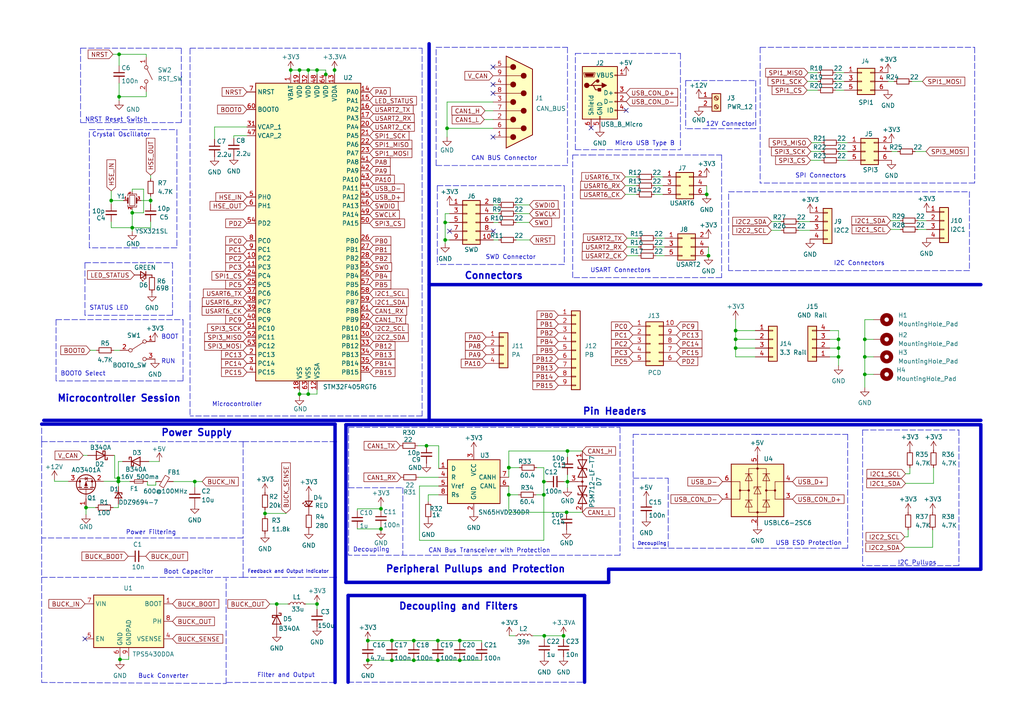
<source format=kicad_sch>
(kicad_sch (version 20211123) (generator eeschema)
  (paper "A4")
  (title_block (title "STM32_Com_Buck") (date "2022-05-18") (rev "v1.0") (company "Polar"))
  (junction (at 129.1166 69.596))
  (junction (at 205.486 74.168))
  (junction (at 133.35 191.516))
  (junction (at 157.734 143.51))
  (junction (at 243.205 100.965))
  (junction (at 56.4896 139.6746))
  (junction (at 164.592 139.7))
  (junction (at 89.408 114.3))
  (junction (at 243.205 103.505))
  (junction (at 133.35 185.801))
  (junction (at 213.36 95.885))
  (junction (at 164.592 130.81))
  (junction (at 110.49 153.416))
  (junction (at 34.544 15.748))
  (junction (at 213.36 100.965))
  (junction (at 163.449 184.404))
  (junction (at 129.1166 64.516))
  (junction (at 164.338 148.59))
  (junction (at 147.5784 135.636))
  (junction (at 243.205 98.425))
  (junction (at 123.698 129.286))
  (junction (at 38.354 61.722))
  (junction (at 86.868 20.32))
  (junction (at 250.825 103.505))
  (junction (at 127 191.516))
  (junction (at 34.3408 139.6492))
  (junction (at 34.3408 138.6884))
  (junction (at 34.798 191.262))
  (junction (at 129.667 37.211))
  (junction (at 94.488 21.59))
  (junction (at 157.734 139.7))
  (junction (at 38.354 66.04))
  (junction (at 204.978 56.388))
  (junction (at 250.825 108.585))
  (junction (at 97.028 20.32))
  (junction (at 127 185.801))
  (junction (at 91.948 20.32))
  (junction (at 250.825 98.425))
  (junction (at 120.015 191.516))
  (junction (at 89.408 20.32))
  (junction (at 106.68 191.516))
  (junction (at 213.36 98.425))
  (junction (at 80.264 175.1838))
  (junction (at 76.8604 148.9202))
  (junction (at 34.3408 139.5984))
  (junction (at 113.665 191.516))
  (junction (at 32.258 58.166))
  (junction (at 24.9428 147.2184))
  (junction (at 106.68 185.801))
  (junction (at 86.868 114.3))
  (junction (at 157.861 184.404))
  (junction (at 120.015 185.801))
  (junction (at 110.49 147.574))
  (junction (at 91.948 175.1838))
  (junction (at 34.544 28.0548))
  (junction (at 84.328 20.32))
  (junction (at 147.574 135.636))
  (junction (at 113.665 185.801))
  (junction (at 147.574 143.51))
  (junction (at 43.688 58.166))
  (no_connect (at 24.638 185.293))
  (no_connect (at 143.0866 67.056))
  (no_connect (at 130.3866 67.056))
  (no_connect (at 143.002 39.751))
  (no_connect (at 181.61 32.004))
  (no_connect (at 171.45 37.084))
  (no_connect (at 143.002 24.511))
  (no_connect (at 143.002 19.431))
  (no_connect (at 143.002 27.051))
  (wire (pts (xy 240.665 103.505) (xy 243.205 103.505)))
  (wire (pts (xy 88.646 175.1838) (xy 91.948 175.1838)))
  (polyline (pts (xy 101.092 141.478) (xy 116.84 141.478)))
  (wire (pts (xy 86.868 20.32) (xy 86.868 21.59)))
  (wire (pts (xy 270.51 158.75) (xy 262.382 158.75)))
  (polyline (pts (xy 97.1804 197.9422) (xy 65.4304 197.9422)))
  (polyline (pts (xy 250.19 124.714) (xy 278.13 124.714)))
  (wire (pts (xy 263.906 137.414) (xy 262.636 137.414)))
  (wire (pts (xy 34.3408 139.6492) (xy 34.3408 141.1224)))
  (wire (pts (xy 149.6906 69.596) (xy 153.67 69.596)))
  (polyline (pts (xy 176.53 168.91) (xy 176.53 165.1)) (stroke (width 1) (type solid)))
  (polyline (pts (xy 245.872 125.984) (xy 245.872 159.004)))
  (polyline (pts (xy 50.038 91.44) (xy 24.638 91.44)))
  (polyline (pts (xy 282.702 53.086) (xy 220.472 53.086)))
  (wire (pts (xy 250.825 103.505) (xy 253.365 103.505)))
  (wire (pts (xy 91.948 113.03) (xy 91.948 114.3)))
  (wire (pts (xy 38.354 54.864) (xy 41.656 54.864)))
  (wire (pts (xy 130.3866 61.976) (xy 129.1166 61.976)))
  (wire (pts (xy 140.462 34.671) (xy 143.002 34.671)))
  (polyline (pts (xy 12.0904 156.0322) (xy 12.0904 167.4622)))
  (polyline (pts (xy 250.19 124.714) (xy 250.19 164.084)))
  (wire (pts (xy 155.702 135.636) (xy 157.734 135.636)))
  (wire (pts (xy 143.0866 61.976) (xy 144.6106 61.976)))
  (polyline (pts (xy 278.13 124.714) (xy 278.13 164.084)))
  (wire (pts (xy 242.316 21.082) (xy 244.856 21.082)))
  (wire (pts (xy 15.7988 139.0904) (xy 15.7988 139.5984)))
  (wire (pts (xy 124.206 145.542) (xy 124.206 143.51)))
  (polyline (pts (xy 126.8306 53.848) (xy 163.6606 53.848)))
  (wire (pts (xy 250.825 108.585) (xy 253.365 108.585)))
  (polyline (pts (xy 12.0904 128.0922) (xy 12.0904 123.0122)))
  (wire (pts (xy 164.592 137.668) (xy 164.592 139.7)))
  (wire (pts (xy 40.894 58.166) (xy 43.688 58.166)))
  (wire (pts (xy 129.667 37.211) (xy 129.667 39.751)))
  (polyline (pts (xy 51.308 71.882) (xy 25.908 71.882)))
  (wire (pts (xy 32.766 15.748) (xy 34.544 15.748)))
  (polyline (pts (xy 126.8306 53.848) (xy 126.8306 76.708)))
  (wire (pts (xy 270.764 135.636) (xy 270.764 140.208)))
  (wire (pts (xy 190.246 74.168) (xy 192.786 74.168)))
  (polyline (pts (xy 164.592 13.716) (xy 164.592 48.006)))
  (wire (pts (xy 147.5784 130.81) (xy 147.5784 135.636)))
  (wire (pts (xy 76.8604 148.9202) (xy 82.9564 148.9202)))
  (wire (pts (xy 147.574 143.51) (xy 147.574 140.97)))
  (wire (pts (xy 266.192 64.008) (xy 268.732 64.008)))
  (wire (pts (xy 78.232 175.1838) (xy 80.264 175.1838)))
  (wire (pts (xy 42.7736 139.6492) (xy 42.7736 140.716)))
  (polyline (pts (xy 24.638 76.2) (xy 24.638 91.44)))
  (wire (pts (xy 129.667 37.211) (xy 129.667 29.591)))
  (wire (pts (xy 86.868 113.03) (xy 86.868 114.3)))
  (wire (pts (xy 24.9428 147.2184) (xy 24.9428 149.2504)))
  (wire (pts (xy 42.418 26.67) (xy 42.418 28.0548)))
  (polyline (pts (xy 116.84 141.478) (xy 116.84 161.036)))
  (wire (pts (xy 235.3696 41.402) (xy 238.252 41.402)))
  (polyline (pts (xy 166.878 43.434) (xy 166.878 15.494)))
  (wire (pts (xy 127 185.801) (xy 127 186.436)))
  (polyline (pts (xy 124.46 121.92) (xy 284.48 121.92)) (stroke (width 1) (type solid)))
  (wire (pts (xy 56.4896 139.6746) (xy 56.4896 141.3256)))
  (wire (pts (xy 164.592 130.81) (xy 168.91 130.81)))
  (wire (pts (xy 129.667 29.591) (xy 143.002 29.591)))
  (wire (pts (xy 106.68 185.801) (xy 106.68 186.436)))
  (wire (pts (xy 257.556 23.622) (xy 259.334 23.622)))
  (polyline (pts (xy 179.832 123.952) (xy 179.832 161.036)))
  (wire (pts (xy 71.628 36.83) (xy 62.23 36.83)))
  (wire (pts (xy 127.254 129.286) (xy 127.254 135.89)))
  (wire (pts (xy 163.576 139.7) (xy 164.592 139.7)))
  (wire (pts (xy 157.734 143.51) (xy 155.448 143.51)))
  (wire (pts (xy 34.3408 133.858) (xy 35.56 133.858)))
  (polyline (pts (xy 23.368 13.97) (xy 52.578 13.97)))
  (wire (pts (xy 113.665 185.801) (xy 120.015 185.801)))
  (wire (pts (xy 243.205 98.425) (xy 243.205 95.885)))
  (wire (pts (xy 163.449 185.42) (xy 163.449 184.404)))
  (wire (pts (xy 82.9564 148.9202) (xy 82.9564 148.8186)))
  (wire (pts (xy 113.665 185.801) (xy 113.665 186.436)))
  (wire (pts (xy 264.414 23.622) (xy 267.5536 23.622)))
  (wire (pts (xy 213.36 92.71) (xy 213.36 95.885)))
  (wire (pts (xy 30.0228 139.5984) (xy 34.3408 139.5984)))
  (wire (pts (xy 213.36 100.965) (xy 213.36 103.505)))
  (wire (pts (xy 120.015 185.801) (xy 127 185.801)))
  (wire (pts (xy 43.688 58.166) (xy 43.688 59.182)))
  (wire (pts (xy 189.738 53.848) (xy 192.278 53.848)))
  (wire (pts (xy 80.264 175.1838) (xy 80.264 175.9458)))
  (wire (pts (xy 32.258 58.166) (xy 32.258 59.182)))
  (polyline (pts (xy 278.13 164.084) (xy 250.19 164.084)))
  (wire (pts (xy 190.246 69.088) (xy 192.786 69.088)))
  (wire (pts (xy 213.36 95.885) (xy 213.36 98.425)))
  (wire (pts (xy 32.258 66.04) (xy 38.354 66.04)))
  (wire (pts (xy 235.1921 43.942) (xy 238.252 43.942)))
  (wire (pts (xy 204.978 53.848) (xy 204.978 56.388)))
  (polyline (pts (xy 211.328 55.626) (xy 235.458 55.626)))
  (polyline (pts (xy 183.642 138.684) (xy 193.802 138.684)))
  (polyline (pts (xy 219.202 37.338) (xy 198.882 37.338)))
  (wire (pts (xy 243.332 46.482) (xy 245.872 46.482)))
  (wire (pts (xy 15.7988 139.5984) (xy 19.8628 139.5984)))
  (polyline (pts (xy 16.256 92.71) (xy 53.086 92.71)))
  (wire (pts (xy 43.18 133.858) (xy 46.228 133.858)))
  (wire (pts (xy 243.205 100.965) (xy 243.205 98.425)))
  (wire (pts (xy 37.338 190.373) (xy 37.338 191.262)))
  (wire (pts (xy 86.868 114.3) (xy 89.408 114.3)))
  (wire (pts (xy 164.592 130.81) (xy 164.592 132.588)))
  (wire (pts (xy 235.1211 46.482) (xy 238.252 46.482)))
  (polyline (pts (xy 220.472 13.716) (xy 220.472 53.086)))
  (wire (pts (xy 41.656 54.864) (xy 41.656 61.722)))
  (wire (pts (xy 231.648 64.262) (xy 234.95 64.262)))
  (wire (pts (xy 34.798 191.262) (xy 34.798 191.516)))
  (wire (pts (xy 234.3536 21.082) (xy 237.236 21.082)))
  (wire (pts (xy 143.002 37.211) (xy 129.667 37.211)))
  (polyline (pts (xy 50.038 76.2) (xy 50.038 91.44)))
  (wire (pts (xy 94.488 20.32) (xy 94.488 21.59)))
  (wire (pts (xy 129.1166 61.976) (xy 129.1166 64.516)))
  (wire (pts (xy 34.3408 138.6884) (xy 34.3408 139.5984)))
  (wire (pts (xy 250.825 92.71) (xy 250.825 98.425)))
  (wire (pts (xy 147.5784 135.636) (xy 147.574 135.636)))
  (wire (pts (xy 121.666 156.718) (xy 157.734 156.718)))
  (polyline (pts (xy 25.908 37.592) (xy 28.448 37.592)))
  (polyline (pts (xy 97.1804 123.0122) (xy 97.1804 128.0922)) (stroke (width 1) (type solid)))
  (polyline (pts (xy 100.965 172.72) (xy 100.965 197.866)) (stroke (width 1) (type solid)))
  (wire (pts (xy 242.316 23.622) (xy 244.856 23.622)))
  (wire (pts (xy 33.02 132.08) (xy 33.274 132.08)))
  (wire (pts (xy 106.68 185.801) (xy 113.665 185.801)))
  (wire (pts (xy 258.572 43.942) (xy 260.35 43.942)))
  (wire (pts (xy 94.488 21.59) (xy 94.488 22.225)))
  (polyline (pts (xy 100.33 168.91) (xy 176.53 168.91)) (stroke (width 1) (type solid)))
  (polyline (pts (xy 100.965 197.866) (xy 169.545 197.866)))
  (wire (pts (xy 164.338 148.59) (xy 147.574 148.59)))
  (polyline (pts (xy 166.116 80.518) (xy 166.116 44.958)))
  (wire (pts (xy 120.015 191.516) (xy 127 191.516)))
  (polyline (pts (xy 169.545 172.72) (xy 100.965 172.72)) (stroke (width 1) (type solid)))
  (wire (pts (xy 123.698 129.286) (xy 127.254 129.286)))
  (wire (pts (xy 42.418 16.51) (xy 42.418 15.748)))
  (polyline (pts (xy 171.196 44.958) (xy 209.296 44.958)))
  (wire (pts (xy 129.1166 64.516) (xy 129.1166 69.596)))
  (polyline (pts (xy 70.5104 156.0322) (xy 12.0904 156.0322)))
  (wire (pts (xy 26.162 101.6) (xy 27.94 101.6)))
  (wire (pts (xy 34.798 190.373) (xy 34.798 191.262)))
  (wire (pts (xy 143.0866 64.516) (xy 144.6106 64.516)))
  (wire (pts (xy 157.734 135.636) (xy 157.734 139.7)))
  (polyline (pts (xy 211.328 78.486) (xy 211.328 55.626)))
  (polyline (pts (xy 12.0904 128.0922) (xy 70.5104 128.0922)))
  (wire (pts (xy 157.734 139.7) (xy 157.734 143.51)))
  (polyline (pts (xy 52.578 35.56) (xy 23.368 35.56)))
  (polyline (pts (xy 166.116 44.958) (xy 171.196 44.958)))
  (wire (pts (xy 84.328 20.32) (xy 86.868 20.32)))
  (polyline (pts (xy 197.358 15.494) (xy 197.358 43.434)))
  (polyline (pts (xy 166.878 15.494) (xy 197.358 15.494)))
  (wire (pts (xy 205.486 71.628) (xy 205.486 74.168)))
  (wire (pts (xy 38.354 66.04) (xy 38.354 67.056)))
  (polyline (pts (xy 25.908 71.882) (xy 25.908 37.592)))
  (wire (pts (xy 270.764 140.208) (xy 262.636 140.208)))
  (wire (pts (xy 250.825 98.425) (xy 250.825 103.505)))
  (wire (pts (xy 133.35 185.801) (xy 139.7 185.801)))
  (wire (pts (xy 164.592 139.7) (xy 165.1 139.7)))
  (polyline (pts (xy 52.578 13.97) (xy 52.578 35.56)))
  (polyline (pts (xy 51.308 37.592) (xy 51.308 71.882)))
  (polyline (pts (xy 101.092 123.952) (xy 101.092 161.036)))
  (wire (pts (xy 103.632 153.162) (xy 103.632 153.416)))
  (polyline (pts (xy 97.1804 128.0922) (xy 97.1804 167.4622)) (stroke (width 1) (type solid)))
  (wire (pts (xy 56.4896 139.6746) (xy 58.6486 139.6746)))
  (wire (pts (xy 50.2666 139.6746) (xy 56.4896 139.6746)))
  (wire (pts (xy 140.687 32.131) (xy 143.002 32.131)))
  (polyline (pts (xy 124.46 82.55) (xy 284.48 82.55)) (stroke (width 1) (type solid)))
  (polyline (pts (xy 235.458 55.626) (xy 281.178 55.626)))
  (wire (pts (xy 67.818 39.37) (xy 67.818 40.132)))
  (wire (pts (xy 110.49 147.574) (xy 110.49 147.828)))
  (wire (pts (xy 38.354 55.626) (xy 38.354 54.864)))
  (wire (pts (xy 110.49 152.908) (xy 110.49 153.416)))
  (wire (pts (xy 38.354 60.706) (xy 38.354 61.722)))
  (polyline (pts (xy 163.6606 53.848) (xy 163.6606 76.708)))
  (wire (pts (xy 103.632 148.082) (xy 103.632 147.574)))
  (wire (pts (xy 181.864 69.088) (xy 185.166 69.088)))
  (wire (pts (xy 234.1761 23.622) (xy 237.236 23.622)))
  (wire (pts (xy 97.028 20.32) (xy 97.028 21.59)))
  (wire (pts (xy 121.158 129.286) (xy 123.698 129.286)))
  (wire (pts (xy 91.948 20.32) (xy 94.488 20.32)))
  (wire (pts (xy 190.246 71.628) (xy 192.786 71.628)))
  (polyline (pts (xy 281.178 55.626) (xy 281.178 78.486)))
  (polyline (pts (xy 193.802 138.684) (xy 193.802 159.004)))
  (polyline (pts (xy 183.642 125.984) (xy 220.472 125.984)))
  (polyline (pts (xy 124.46 12.7) (xy 124.46 121.92)) (stroke (width 1) (type solid)))
  (wire (pts (xy 24.13 132.08) (xy 25.4 132.08)))
  (polyline (pts (xy 209.296 80.518) (xy 166.116 80.518)))
  (polyline (pts (xy 24.638 76.2) (xy 50.038 76.2)))
  (polyline (pts (xy 122.428 120.65) (xy 55.118 120.65)))
  (wire (pts (xy 143.0866 59.436) (xy 144.6106 59.436)))
  (wire (pts (xy 42.7736 140.716) (xy 45.1866 140.716)))
  (polyline (pts (xy 12.0904 197.9422) (xy 65.5828 198.247)))
  (wire (pts (xy 139.7 185.801) (xy 139.7 186.436)))
  (wire (pts (xy 121.412 138.43) (xy 127.254 138.43)))
  (polyline (pts (xy 163.6606 76.708) (xy 126.8306 76.708)))
  (wire (pts (xy 34.544 28.0548) (xy 34.544 29.21)))
  (wire (pts (xy 240.665 98.425) (xy 243.205 98.425)))
  (wire (pts (xy 266.192 66.548) (xy 268.732 66.548)))
  (wire (pts (xy 103.632 153.416) (xy 110.49 153.416)))
  (polyline (pts (xy 53.086 110.49) (xy 16.256 110.49)))
  (wire (pts (xy 243.205 95.885) (xy 240.665 95.885)))
  (wire (pts (xy 43.688 50.8) (xy 43.688 51.816)))
  (wire (pts (xy 127 185.801) (xy 133.35 185.801)))
  (polyline (pts (xy 183.642 159.004) (xy 183.642 125.984)))
  (wire (pts (xy 34.3408 146.2024) (xy 34.3408 147.2184)))
  (wire (pts (xy 213.36 103.505) (xy 219.075 103.505)))
  (wire (pts (xy 213.36 98.425) (xy 213.36 100.965)))
  (wire (pts (xy 62.23 36.83) (xy 62.23 40.386)))
  (wire (pts (xy 42.418 28.0548) (xy 34.544 28.0548)))
  (polyline (pts (xy 12.0904 167.4622) (xy 12.0904 197.9422)))
  (wire (pts (xy 147.701 184.404) (xy 149.479 184.404)))
  (wire (pts (xy 110.49 153.416) (xy 110.49 153.67)))
  (polyline (pts (xy 53.086 92.71) (xy 53.086 110.49)))
  (wire (pts (xy 213.36 98.425) (xy 219.075 98.425)))
  (wire (pts (xy 253.365 92.71) (xy 250.825 92.71)))
  (wire (pts (xy 129.1166 69.596) (xy 130.3866 69.596)))
  (polyline (pts (xy 12.0904 167.4622) (xy 70.5104 167.4622)))
  (wire (pts (xy 129.1166 64.516) (xy 130.3866 64.516)))
  (polyline (pts (xy 284.48 123.19) (xy 284.48 165.1)) (stroke (width 1) (type solid)))
  (wire (pts (xy 89.408 114.3) (xy 91.948 114.3)))
  (wire (pts (xy 147.574 148.59) (xy 147.574 143.51)))
  (polyline (pts (xy 166.878 43.434) (xy 197.358 43.434)))
  (polyline (pts (xy 198.882 23.368) (xy 198.882 37.338)))
  (wire (pts (xy 243.332 43.942) (xy 245.872 43.942)))
  (wire (pts (xy 181.356 51.308) (xy 184.658 51.308)))
  (wire (pts (xy 149.6906 61.976) (xy 153.5962 61.976)))
  (wire (pts (xy 263.906 135.636) (xy 263.906 137.414)))
  (wire (pts (xy 223.7608 64.262) (xy 226.568 64.262)))
  (polyline (pts (xy 100.33 123.19) (xy 100.33 168.91)) (stroke (width 1) (type solid)))
  (polyline (pts (xy 219.202 23.368) (xy 219.202 37.338)))
  (polyline (pts (xy 282.702 13.716) (xy 282.702 53.086)))
  (polyline (pts (xy 16.256 92.71) (xy 16.256 110.49)))
  (wire (pts (xy 157.734 139.7) (xy 158.496 139.7)))
  (wire (pts (xy 103.632 147.574) (xy 110.49 147.574)))
  (wire (pts (xy 124.206 143.51) (xy 127.254 143.51)))
  (polyline (pts (xy 70.5104 128.0922) (xy 70.5104 156.0322)))
  (wire (pts (xy 154.559 184.404) (xy 157.861 184.404)))
  (polyline (pts (xy 126.492 48.006) (xy 126.492 13.716)))
  (wire (pts (xy 89.408 20.32) (xy 91.948 20.32)))
  (wire (pts (xy 32.8168 147.2184) (xy 34.3408 147.2184)))
  (wire (pts (xy 86.868 20.32) (xy 89.408 20.32)))
  (wire (pts (xy 250.825 108.585) (xy 250.825 112.395)))
  (wire (pts (xy 86.868 114.3) (xy 86.868 114.935)))
  (polyline (pts (xy 65.5828 198.247) (xy 65.5828 167.767)))
  (wire (pts (xy 181.356 56.388) (xy 184.658 56.388)))
  (polyline (pts (xy 23.368 13.97) (xy 23.368 35.56)))
  (wire (pts (xy 32.258 64.262) (xy 32.258 66.04)))
  (wire (pts (xy 34.3408 139.5984) (xy 34.3408 139.6492)))
  (wire (pts (xy 265.43 43.942) (xy 268.5696 43.942)))
  (polyline (pts (xy 101.092 123.952) (xy 179.832 123.952)))
  (wire (pts (xy 24.9428 147.2184) (xy 27.7368 147.2184)))
  (wire (pts (xy 143.0866 69.596) (xy 144.6106 69.596)))
  (wire (pts (xy 38.354 61.722) (xy 41.656 61.722)))
  (polyline (pts (xy 70.5104 128.0922) (xy 97.1804 128.0922)))
  (wire (pts (xy 263.398 155.702) (xy 262.382 155.702)))
  (wire (pts (xy 37.338 191.262) (xy 34.798 191.262)))
  (wire (pts (xy 91.948 175.1838) (xy 91.948 176.7078)))
  (wire (pts (xy 38.354 61.722) (xy 38.354 66.04)))
  (polyline (pts (xy 281.178 78.486) (xy 211.328 78.486)))
  (wire (pts (xy 168.91 148.59) (xy 164.338 148.59)))
  (polyline (pts (xy 176.53 165.1) (xy 284.48 165.1)) (stroke (width 1) (type solid)))
  (wire (pts (xy 43.688 64.262) (xy 43.688 66.04)))
  (polyline (pts (xy 122.428 13.97) (xy 122.428 120.65)))
  (wire (pts (xy 231.648 66.802) (xy 234.95 66.802)))
  (wire (pts (xy 33.274 132.08) (xy 33.274 138.6884)))
  (wire (pts (xy 240.665 100.965) (xy 243.205 100.965)))
  (polyline (pts (xy 245.872 159.004) (xy 183.642 159.004)))
  (wire (pts (xy 234.1051 26.162) (xy 237.236 26.162)))
  (wire (pts (xy 34.544 24.13) (xy 34.544 28.0548)))
  (wire (pts (xy 34.3408 133.858) (xy 34.3408 138.6884)))
  (wire (pts (xy 113.665 191.516) (xy 120.015 191.516)))
  (polyline (pts (xy 55.118 88.9) (xy 55.118 13.97)))
  (polyline (pts (xy 97.1804 167.4622) (xy 70.5104 167.4622)))
  (polyline (pts (xy 55.118 13.97) (xy 122.428 13.97)))
  (polyline (pts (xy 12.0904 128.0922) (xy 12.0904 156.0322)))
  (wire (pts (xy 157.861 184.404) (xy 163.449 184.404)))
  (wire (pts (xy 33.02 101.6) (xy 34.798 101.6)))
  (wire (pts (xy 258.3091 66.548) (xy 261.112 66.548)))
  (wire (pts (xy 181.864 74.168) (xy 185.166 74.168)))
  (wire (pts (xy 150.622 135.636) (xy 147.5784 135.636)))
  (wire (pts (xy 106.68 191.516) (xy 113.665 191.516)))
  (polyline (pts (xy 126.492 48.006) (xy 164.592 48.006)))
  (wire (pts (xy 150.368 143.51) (xy 147.574 143.51)))
  (wire (pts (xy 181.864 71.628) (xy 185.166 71.628)))
  (wire (pts (xy 250.825 103.505) (xy 250.825 108.585)))
  (polyline (pts (xy 198.882 23.368) (xy 219.202 23.368)))
  (wire (pts (xy 243.205 103.505) (xy 243.205 100.965)))
  (polyline (pts (xy 169.545 172.72) (xy 169.545 197.866)) (stroke (width 1) (type solid)))
  (polyline (pts (xy 179.832 161.036) (xy 101.092 161.036)))
  (wire (pts (xy 43.688 66.04) (xy 38.354 66.04)))
  (wire (pts (xy 213.36 100.965) (xy 219.075 100.965)))
  (wire (pts (xy 43.688 56.896) (xy 43.688 58.166)))
  (wire (pts (xy 89.408 113.03) (xy 89.408 114.3)))
  (wire (pts (xy 42.418 15.748) (xy 34.544 15.748)))
  (wire (pts (xy 84.328 20.32) (xy 84.328 21.59)))
  (wire (pts (xy 242.316 26.162) (xy 244.856 26.162)))
  (wire (pts (xy 110.49 146.812) (xy 110.49 147.574)))
  (wire (pts (xy 34.544 15.748) (xy 34.544 19.05)))
  (wire (pts (xy 45.1866 140.716) (xy 45.1866 139.6746)))
  (wire (pts (xy 97.028 19.685) (xy 97.028 20.32)))
  (wire (pts (xy 147.5784 130.81) (xy 164.592 130.81)))
  (wire (pts (xy 243.205 106.045) (xy 243.205 103.505)))
  (wire (pts (xy 270.51 153.67) (xy 270.51 158.75)))
  (polyline (pts (xy 209.296 44.958) (xy 209.296 80.518)))
  (wire (pts (xy 213.36 95.885) (xy 219.075 95.885)))
  (wire (pts (xy 263.398 153.67) (xy 263.398 155.702)))
  (wire (pts (xy 189.738 56.388) (xy 192.278 56.388)))
  (wire (pts (xy 91.948 21.59) (xy 91.948 20.32)))
  (wire (pts (xy 258.3091 64.008) (xy 261.112 64.008)))
  (wire (pts (xy 35.814 58.166) (xy 32.258 58.166)))
  (wire (pts (xy 149.6906 59.436) (xy 153.587 59.436)))
  (wire (pts (xy 120.015 185.801) (xy 120.015 186.436)))
  (polyline (pts (xy 219.202 125.984) (xy 245.872 125.984)))
  (wire (pts (xy 129.1166 69.596) (xy 129.1166 70.612)))
  (wire (pts (xy 32.258 55.372) (xy 32.258 58.166)))
  (polyline (pts (xy 12.0904 123.0122) (xy 97.1804 123.0122)) (stroke (width 1) (type solid)))
  (polyline (pts (xy 55.118 88.9) (xy 55.118 120.65)))
  (wire (pts (xy 127.254 140.97) (xy 121.666 140.97)))
  (wire (pts (xy 181.356 53.848) (xy 184.658 53.848)))
  (polyline (pts (xy 12.7 121.92) (xy 124.46 121.92)) (stroke (width 1) (type solid)))
  (wire (pts (xy 157.734 156.718) (xy 157.734 143.51)))
  (wire (pts (xy 223.719 66.802) (xy 226.568 66.802)))
  (wire (pts (xy 133.35 185.801) (xy 133.35 186.436)))
  (wire (pts (xy 76.8604 148.9202) (xy 76.8604 149.6822)))
  (wire (pts (xy 157.861 184.404) (xy 157.861 185.42)))
  (polyline (pts (xy 126.492 13.716) (xy 164.592 13.716)))
  (wire (pts (xy 149.6906 64.516) (xy 153.5484 64.516)))
  (polyline (pts (xy 284.48 123.19) (xy 100.33 123.19)) (stroke (width 1) (type solid)))
  (wire (pts (xy 189.738 51.308) (xy 192.278 51.308)))
  (polyline (pts (xy 220.472 13.716) (xy 282.702 13.716)))
  (wire (pts (xy 89.408 20.32) (xy 89.408 21.59)))
  (polyline (pts (xy 70.5104 167.4622) (xy 70.5104 156.0322)))
  (wire (pts (xy 80.264 175.1838) (xy 83.566 175.1838)))
  (wire (pts (xy 76.8604 147.9042) (xy 76.8604 148.9202)))
  (wire (pts (xy 71.628 39.37) (xy 67.818 39.37)))
  (wire (pts (xy 33.274 138.6884) (xy 34.3408 138.6884)))
  (wire (pts (xy 243.332 41.402) (xy 245.872 41.402)))
  (polyline (pts (xy 28.448 37.592) (xy 51.308 37.592)))
  (wire (pts (xy 127 191.516) (xy 133.35 191.516)))
  (wire (pts (xy 133.35 191.516) (xy 139.7 191.516)))
  (wire (pts (xy 164.592 139.7) (xy 164.592 141.478)))
  (wire (pts (xy 121.666 140.97) (xy 121.666 156.718)))
  (wire (pts (xy 250.825 98.425) (xy 253.365 98.425)))
  (wire (pts (xy 147.574 135.636) (xy 147.574 138.43)))
  (polyline (pts (xy 97.1804 167.4622) (xy 97.1804 197.9422)) (stroke (width 1) (type solid)))
  (wire (pts (xy 37.6936 139.6492) (xy 34.3408 139.6492)))
  (text "Pin Headers" (at 168.91 120.65 0) (effects (font (size 2 2) (thickness 0.4) bold) (justify left bottom)))
  (text "Microcontroller Session" (at 16.51 116.84 0) (effects (font (size 2 2) (thickness 0.4) bold) (justify left bottom)))
  (text "Power Filtering" (at 36.4744 155.2702 0) (effects (font (size 1.27 1.27)) (justify left bottom)))
  (text "CAN BUS Connector" (at 136.652 46.736 0) (effects (font (size 1.27 1.27)) (justify left bottom)))
  (text "Power Supply" (at 46.6344 126.8222 0) (effects (font (size 2 2) (thickness 0.4) bold) (justify left bottom)))
  (text "RUN\n" (at 46.736 105.664 0) (effects (font (size 1.27 1.27)) (justify left bottom)))
  (text "USB ESD Protection" (at 224.917 158.369 0) (effects (font (size 1.27 1.27)) (justify left bottom)))
  (text "Buck Converter\n" (at 40.0304 196.9262 0) (effects (font (size 1.27 1.27)) (justify left bottom)))
  (text "I2C Pullups" (at 260.35 164.084 0) (effects (font (size 1.27 1.27)) (justify left bottom)))
  (text "Crystal Oscillator" (at 26.67 39.878 0) (effects (font (size 1.27 1.27)) (justify left bottom)))
  (text "Decoupling" (at 184.912 158.369 0) (effects (font (size 1 1)) (justify left bottom)))
  (text "Filter and Output\n" (at 74.5744 196.6722 0) (effects (font (size 1.27 1.27)) (justify left bottom)))
  (text "Micro USB Type B" (at 178.308 42.418 0) (effects (font (size 1.27 1.27)) (justify left bottom)))
  (text "BOOT\n" (at 46.736 98.552 0) (effects (font (size 1.27 1.27)) (justify left bottom)))
  (text "SWD Connector" (at 140.8006 75.438 0) (effects (font (size 1.27 1.27)) (justify left bottom)))
  (text "Connectors" (at 134.62 81.28 0) (effects (font (size 2 2) (thickness 0.4) bold) (justify left bottom)))
  (text "12V Connector" (at 204.724 36.83 0) (effects (font (size 1.27 1.27)) (justify left bottom)))
  (text "STATUS LED" (at 25.908 90.17 0) (effects (font (size 1.27 1.27)) (justify left bottom)))
  (text "Decoupling and Filters" (at 115.57 177.165 0) (effects (font (size 2 2) (thickness 0.4) bold) (justify left bottom)))
  (text "Feedback and Output Indicator" (at 71.7804 166.4462 0) (effects (font (size 1 1)) (justify left bottom)))
  (text "Boot Capacitor" (at 47.3964 166.7002 0) (effects (font (size 1.27 1.27)) (justify left bottom)))
  (text "BOOT0 Select" (at 17.526 109.22 0) (effects (font (size 1.27 1.27)) (justify left bottom)))
  (text "Decoupling" (at 102.362 160.274 0) (effects (font (size 1.27 1.27)) (justify left bottom)))
  (text "I2C Connectors" (at 241.808 77.216 0) (effects (font (size 1.27 1.27)) (justify left bottom)))
  (text "NRST Reset Switch" (at 24.638 35.56 0) (effects (font (size 1.27 1.27)) (justify left bottom)))
  (text "Peripheral Pullups and Protection" (at 111.76 166.37 0) (effects (font (size 2 2) (thickness 0.4) bold) (justify left bottom)))
  (text "CAN Bus Transceiver with Protection" (at 124.206 160.528 0) (effects (font (size 1.27 1.27)) (justify left bottom)))
  (text "SPI Connectors" (at 230.632 51.816 0) (effects (font (size 1.27 1.27)) (justify left bottom)))
  (text "USART Connectors" (at 171.196 79.248 0) (effects (font (size 1.27 1.27)) (justify left bottom)))
  (text "Microcontroller" (at 61.468 118.11 0) (effects (font (size 1.27 1.27)) (justify left bottom)))
  (global_label "BUCK_OUT" (shape input) (at 42.2656 161.3408 0) (property "Intersheet References" "${INTERSHEET_REFS}" (effects hide)))
  (global_label "PB14" (shape input) (at 161.925 109.22 180) (property "Intersheet References" "${INTERSHEET_REFS}" (effects hide)))
  (global_label "PA0" (shape input) (at 107.188 26.67 0) (property "Intersheet References" "${INTERSHEET_REFS}" (effects hide)))
  (global_label "PB1" (shape input) (at 107.188 72.39 0) (property "Intersheet References" "${INTERSHEET_REFS}" (effects hide)))
  (global_label "PB12" (shape input) (at 161.925 104.14 180) (property "Intersheet References" "${INTERSHEET_REFS}" (effects hide)))
  (global_label "NRST" (shape input) (at 32.766 15.748 180) (property "Intersheet References" "${INTERSHEET_REFS}" (effects hide)))
  (global_label "V_CAN" (shape input) (at 143.002 21.971 180) (property "Intersheet References" "${INTERSHEET_REFS}" (effects hide)))
  (global_label "USART6_TX" (shape input) (at 181.356 51.308 180) (property "Intersheet References" "${INTERSHEET_REFS}" (effects hide)))
  (global_label "PB5" (shape input) (at 161.925 101.6 180) (property "Intersheet References" "${INTERSHEET_REFS}" (effects hide)))
  (global_label "I2C2_SDA" (shape input) (at 223.7608 64.262 180) (property "Intersheet References" "${INTERSHEET_REFS}" (effects hide)))
  (global_label "PC3" (shape input) (at 71.628 77.47 180) (property "Intersheet References" "${INTERSHEET_REFS}" (effects hide)))
  (global_label "USB_CON_D+" (shape input) (at 229.87 144.78 0) (property "Intersheet References" "${INTERSHEET_REFS}" (effects hide)))
  (global_label "PD2" (shape input) (at 71.628 64.77 180) (property "Intersheet References" "${INTERSHEET_REFS}" (effects hide)))
  (global_label "USART2_RX" (shape input) (at 107.188 34.29 0) (property "Intersheet References" "${INTERSHEET_REFS}" (effects hide)))
  (global_label "SWCLK" (shape input) (at 153.5962 61.976 0) (property "Intersheet References" "${INTERSHEET_REFS}" (effects hide)))
  (global_label "PC2" (shape input) (at 183.515 99.695 180) (property "Intersheet References" "${INTERSHEET_REFS}" (effects hide)))
  (global_label "SPI3_MOSI" (shape input) (at 268.5696 43.942 0) (property "Intersheet References" "${INTERSHEET_REFS}" (effects hide)))
  (global_label "PB13" (shape input) (at 161.925 106.68 180) (property "Intersheet References" "${INTERSHEET_REFS}" (effects hide)))
  (global_label "SPI1_MISO" (shape input) (at 234.3536 21.082 180) (property "Intersheet References" "${INTERSHEET_REFS}" (effects hide)))
  (global_label "I2C1_SCL" (shape input) (at 258.3091 66.548 180) (property "Intersheet References" "${INTERSHEET_REFS}" (effects hide)))
  (global_label "SWCLK" (shape input) (at 107.188 62.23 0) (property "Intersheet References" "${INTERSHEET_REFS}" (effects hide)))
  (global_label "BUCK_BOOT" (shape input) (at 37.1856 161.3408 180) (property "Intersheet References" "${INTERSHEET_REFS}" (effects hide)))
  (global_label "SPI1_CS" (shape input) (at 71.628 80.01 180) (property "Intersheet References" "${INTERSHEET_REFS}" (effects hide)))
  (global_label "SPI3_SCK" (shape input) (at 71.628 95.25 180) (property "Intersheet References" "${INTERSHEET_REFS}" (effects hide)))
  (global_label "CAN1_L" (shape input) (at 168.91 148.59 0) (property "Intersheet References" "${INTERSHEET_REFS}" (effects hide)))
  (global_label "HSE_OUT" (shape input) (at 71.628 59.69 180) (property "Intersheet References" "${INTERSHEET_REFS}" (effects hide)))
  (global_label "PB0" (shape input) (at 107.188 69.85 0) (property "Intersheet References" "${INTERSHEET_REFS}" (effects hide)))
  (global_label "BUCK_IN" (shape input) (at 24.638 175.133 180) (property "Intersheet References" "${INTERSHEET_REFS}" (effects hide)))
  (global_label "PB4" (shape input) (at 161.925 99.06 180) (property "Intersheet References" "${INTERSHEET_REFS}" (effects hide)))
  (global_label "PB4" (shape input) (at 107.188 80.01 0) (property "Intersheet References" "${INTERSHEET_REFS}" (effects hide)))
  (global_label "BOOT0" (shape input) (at 26.162 101.6 180) (property "Intersheet References" "${INTERSHEET_REFS}" (effects hide)))
  (global_label "SPI3_MISO" (shape input) (at 235.3696 41.402 180) (property "Intersheet References" "${INTERSHEET_REFS}" (effects hide)))
  (global_label "CAN1_H" (shape input) (at 168.91 130.81 0) (property "Intersheet References" "${INTERSHEET_REFS}" (effects hide)))
  (global_label "PC14" (shape input) (at 196.215 99.695 0) (property "Intersheet References" "${INTERSHEET_REFS}" (effects hide)))
  (global_label "PC0" (shape input) (at 71.628 69.85 180) (property "Intersheet References" "${INTERSHEET_REFS}" (effects hide)))
  (global_label "NRST" (shape input) (at 71.628 26.67 180) (property "Intersheet References" "${INTERSHEET_REFS}" (effects hide)))
  (global_label "USART2_RX" (shape input) (at 181.864 71.628 180) (property "Intersheet References" "${INTERSHEET_REFS}" (effects hide)))
  (global_label "PD2" (shape input) (at 196.215 104.775 0) (property "Intersheet References" "${INTERSHEET_REFS}" (effects hide)))
  (global_label "SPI3_CS" (shape input) (at 107.188 64.77 0) (property "Intersheet References" "${INTERSHEET_REFS}" (effects hide)))
  (global_label "BUCK_OUT" (shape input) (at 78.232 175.1838 180) (property "Intersheet References" "${INTERSHEET_REFS}" (effects hide)))
  (global_label "USART6_RX" (shape input) (at 181.356 53.848 180) (property "Intersheet References" "${INTERSHEET_REFS}" (effects hide)))
  (global_label "SPI1_SCK" (shape input) (at 234.1761 23.622 180) (property "Intersheet References" "${INTERSHEET_REFS}" (effects hide)))
  (global_label "PC14" (shape input) (at 71.628 105.41 180) (property "Intersheet References" "${INTERSHEET_REFS}" (effects hide)))
  (global_label "HSE_IN" (shape input) (at 71.628 57.15 180) (property "Intersheet References" "${INTERSHEET_REFS}" (effects hide)))
  (global_label "SWO" (shape input) (at 107.188 77.47 0) (property "Intersheet References" "${INTERSHEET_REFS}" (effects hide)))
  (global_label "USB_D+" (shape input) (at 229.87 139.7 0) (property "Intersheet References" "${INTERSHEET_REFS}" (effects hide)))
  (global_label "PC15" (shape input) (at 196.215 102.235 0) (property "Intersheet References" "${INTERSHEET_REFS}" (effects hide)))
  (global_label "SWO" (shape input) (at 153.5484 64.516 0) (property "Intersheet References" "${INTERSHEET_REFS}" (effects hide)))
  (global_label "PB12" (shape input) (at 107.188 100.33 0) (property "Intersheet References" "${INTERSHEET_REFS}" (effects hide)))
  (global_label "BUCK_IN" (shape input) (at 58.6486 139.6746 0) (property "Intersheet References" "${INTERSHEET_REFS}" (effects hide)))
  (global_label "I2C1_SDA" (shape input) (at 258.3091 64.008 180) (property "Intersheet References" "${INTERSHEET_REFS}" (effects hide)))
  (global_label "PA9" (shape input) (at 107.188 49.53 0) (property "Intersheet References" "${INTERSHEET_REFS}" (effects hide)))
  (global_label "USB_CON_D+" (shape input) (at 181.61 26.924 0) (property "Intersheet References" "${INTERSHEET_REFS}" (effects hide)))
  (global_label "CAN1_TX" (shape input) (at 116.078 129.286 180) (property "Intersheet References" "${INTERSHEET_REFS}" (effects hide)))
  (global_label "PC1" (shape input) (at 183.515 97.155 180) (property "Intersheet References" "${INTERSHEET_REFS}" (effects hide)))
  (global_label "PA9" (shape input) (at 140.97 102.87 180) (property "Intersheet References" "${INTERSHEET_REFS}" (effects hide)))
  (global_label "PB13" (shape input) (at 107.188 102.87 0) (property "Intersheet References" "${INTERSHEET_REFS}" (effects hide)))
  (global_label "CAN1_L" (shape input) (at 140.462 34.671 180) (property "Intersheet References" "${INTERSHEET_REFS}" (effects hide)))
  (global_label "PC1" (shape input) (at 71.628 72.39 180) (property "Intersheet References" "${INTERSHEET_REFS}" (effects hide)))
  (global_label "BOOT0" (shape input) (at 71.628 31.75 180) (property "Intersheet References" "${INTERSHEET_REFS}" (effects hide)))
  (global_label "PA10" (shape input) (at 140.97 105.41 180) (property "Intersheet References" "${INTERSHEET_REFS}" (effects hide)))
  (global_label "SPI3_CS" (shape input) (at 235.1211 46.482 180) (property "Intersheet References" "${INTERSHEET_REFS}" (effects hide)))
  (global_label "CAN1_TX" (shape input) (at 107.188 92.71 0) (property "Intersheet References" "${INTERSHEET_REFS}" (effects hide)))
  (global_label "PA8" (shape input) (at 140.97 100.33 180) (property "Intersheet References" "${INTERSHEET_REFS}" (effects hide)))
  (global_label "SPI1_MISO" (shape input) (at 107.188 41.91 0) (property "Intersheet References" "${INTERSHEET_REFS}" (effects hide)))
  (global_label "PC13" (shape input) (at 196.215 97.155 0) (property "Intersheet References" "${INTERSHEET_REFS}" (effects hide)))
  (global_label "PB14" (shape input) (at 107.188 105.41 0) (property "Intersheet References" "${INTERSHEET_REFS}" (effects hide)))
  (global_label "SPI3_SCK" (shape input) (at 235.1921 43.942 180) (property "Intersheet References" "${INTERSHEET_REFS}" (effects hide)))
  (global_label "PC3" (shape input) (at 183.515 102.235 180) (property "Intersheet References" "${INTERSHEET_REFS}" (effects hide)))
  (global_label "PC0" (shape input) (at 183.515 94.615 180) (property "Intersheet References" "${INTERSHEET_REFS}" (effects hide)))
  (global_label "I2C2_SDA" (shape input) (at 107.188 97.79 0) (property "Intersheet References" "${INTERSHEET_REFS}" (effects hide)))
  (global_label "HSE_OUT" (shape input) (at 43.688 50.8 90) (property "Intersheet References" "${INTERSHEET_REFS}" (effects hide)))
  (global_label "I2C2_SCL" (shape input) (at 262.382 155.702 180) (property "Intersheet References" "${INTERSHEET_REFS}" (effects hide)))
  (global_label "BUCK_SENSE" (shape input) (at 82.9564 148.8186 90) (property "Intersheet References" "${INTERSHEET_REFS}" (effects hide)))
  (global_label "SPI1_SCK" (shape input) (at 107.188 39.37 0) (property "Intersheet References" "${INTERSHEET_REFS}" (effects hide)))
  (global_label "USB_CON_D-" (shape input) (at 209.55 144.78 180) (property "Intersheet References" "${INTERSHEET_REFS}" (effects hide)))
  (global_label "HSE_IN" (shape input) (at 32.258 55.372 90) (property "Intersheet References" "${INTERSHEET_REFS}" (effects hide)))
  (global_label "PA10" (shape input) (at 107.188 52.07 0) (property "Intersheet References" "${INTERSHEET_REFS}" (effects hide)))
  (global_label "USB_D+" (shape input) (at 107.188 57.15 0) (property "Intersheet References" "${INTERSHEET_REFS}" (effects hide)))
  (global_label "USART6_RX" (shape input) (at 71.628 87.63 180) (property "Intersheet References" "${INTERSHEET_REFS}" (effects hide)))
  (global_label "PB0" (shape input) (at 161.925 91.44 180) (property "Intersheet References" "${INTERSHEET_REFS}" (effects hide)))
  (global_label "V_CAN" (shape input) (at 24.13 132.08 180) (property "Intersheet References" "${INTERSHEET_REFS}" (effects hide)))
  (global_label "PC13" (shape input) (at 71.628 102.87 180) (property "Intersheet References" "${INTERSHEET_REFS}" (effects hide)))
  (global_label "I2C2_SCL" (shape input) (at 107.188 95.25 0) (property "Intersheet References" "${INTERSHEET_REFS}" (effects hide)))
  (global_label "PC5" (shape input) (at 71.628 82.55 180) (property "Intersheet References" "${INTERSHEET_REFS}" (effects hide)))
  (global_label "USART2_TX" (shape input) (at 181.864 69.088 180) (property "Intersheet References" "${INTERSHEET_REFS}" (effects hide)))
  (global_label "PC5" (shape input) (at 183.515 104.775 180) (property "Intersheet References" "${INTERSHEET_REFS}" (effects hide)))
  (global_label "SWDIO" (shape input) (at 153.587 59.436 0) (property "Intersheet References" "${INTERSHEET_REFS}" (effects hide)))
  (global_label "I2C1_SDA" (shape input) (at 107.188 87.63 0) (property "Intersheet References" "${INTERSHEET_REFS}" (effects hide)))
  (global_label "NRST" (shape input) (at 153.67 69.596 0) (property "Intersheet References" "${INTERSHEET_REFS}" (effects hide)))
  (global_label "USB_D-" (shape input) (at 107.188 54.61 0) (property "Intersheet References" "${INTERSHEET_REFS}" (effects hide)))
  (global_label "PB1" (shape input) (at 161.925 93.98 180) (property "Intersheet References" "${INTERSHEET_REFS}" (effects hide)))
  (global_label "USART2_CK" (shape input) (at 107.188 36.83 0) (property "Intersheet References" "${INTERSHEET_REFS}" (effects hide)))
  (global_label "USART6_TX" (shape input) (at 71.628 85.09 180) (property "Intersheet References" "${INTERSHEET_REFS}" (effects hide)))
  (global_label "USART2_CK" (shape input) (at 181.864 74.168 180) (property "Intersheet References" "${INTERSHEET_REFS}" (effects hide)))
  (global_label "I2C1_SDA" (shape input) (at 262.636 140.208 180) (property "Intersheet References" "${INTERSHEET_REFS}" (effects hide)))
  (global_label "BUCK_SENSE" (shape input) (at 50.038 185.293 0) (property "Intersheet References" "${INTERSHEET_REFS}" (effects hide)))
  (global_label "PB5" (shape input) (at 107.188 82.55 0) (property "Intersheet References" "${INTERSHEET_REFS}" (effects hide)))
  (global_label "I2C2_SCL" (shape input) (at 223.719 66.802 180) (property "Intersheet References" "${INTERSHEET_REFS}" (effects hide)))
  (global_label "SPI1_CS" (shape input) (at 234.1051 26.162 180) (property "Intersheet References" "${INTERSHEET_REFS}" (effects hide)))
  (global_label "SPI1_MOSI" (shape input) (at 267.5536 23.622 0) (property "Intersheet References" "${INTERSHEET_REFS}" (effects hide)))
  (global_label "CAN1_RX" (shape input) (at 107.188 90.17 0) (property "Intersheet References" "${INTERSHEET_REFS}" (effects hide)))
  (global_label "USART6_CK" (shape input) (at 181.356 56.388 180) (property "Intersheet References" "${INTERSHEET_REFS}" (effects hide)))
  (global_label "SPI3_MISO" (shape input) (at 71.628 97.79 180) (property "Intersheet References" "${INTERSHEET_REFS}" (effects hide)))
  (global_label "SPI1_MOSI" (shape input) (at 107.188 44.45 0) (property "Intersheet References" "${INTERSHEET_REFS}" (effects hide)))
  (global_label "CAN1_H" (shape input) (at 140.687 32.131 180) (property "Intersheet References" "${INTERSHEET_REFS}" (effects hide)))
  (global_label "PB15" (shape input) (at 161.925 111.76 180) (property "Intersheet References" "${INTERSHEET_REFS}" (effects hide)))
  (global_label "I2C2_SDA" (shape input) (at 262.382 158.75 180) (property "Intersheet References" "${INTERSHEET_REFS}" (effects hide)))
  (global_label "PA0" (shape input) (at 140.97 97.79 180) (property "Intersheet References" "${INTERSHEET_REFS}" (effects hide)))
  (global_label "USART2_TX" (shape input) (at 107.188 31.75 0) (property "Intersheet References" "${INTERSHEET_REFS}" (effects hide)))
  (global_label "PA8" (shape input) (at 107.188 46.99 0) (property "Intersheet References" "${INTERSHEET_REFS}" (effects hide)))
  (global_label "BUCK_BOOT" (shape input) (at 50.038 175.133 0) (property "Intersheet References" "${INTERSHEET_REFS}" (effects hide)))
  (global_label "LED_STATUS" (shape input) (at 38.989 79.756 180) (property "Intersheet References" "${INTERSHEET_REFS}" (effects hide)))
  (global_label "USB_D-" (shape input) (at 209.55 139.7 180) (property "Intersheet References" "${INTERSHEET_REFS}" (effects hide)))
  (global_label "CAN1_RX" (shape input) (at 116.332 138.43 180) (property "Intersheet References" "${INTERSHEET_REFS}" (effects hide)))
  (global_label "PB2" (shape input) (at 107.188 74.93 0) (property "Intersheet References" "${INTERSHEET_REFS}" (effects hide)))
  (global_label "SWDIO" (shape input) (at 107.188 59.69 0) (property "Intersheet References" "${INTERSHEET_REFS}" (effects hide)))
  (global_label "BUCK_OUT" (shape input) (at 50.038 180.213 0) (property "Intersheet References" "${INTERSHEET_REFS}" (effects hide)))
  (global_label "PC2" (shape input) (at 71.628 74.93 180) (property "Intersheet References" "${INTERSHEET_REFS}" (effects hide)))
  (global_label "USB_CON_D-" (shape input) (at 181.61 29.464 0) (property "Intersheet References" "${INTERSHEET_REFS}" (effects hide)))
  (global_label "USART6_CK" (shape input) (at 71.628 90.17 180) (property "Intersheet References" "${INTERSHEET_REFS}" (effects hide)))
  (global_label "PB2" (shape input) (at 161.925 96.52 180) (property "Intersheet References" "${INTERSHEET_REFS}" (effects hide)))
  (global_label "PC9" (shape input) (at 196.215 94.615 0) (property "Intersheet References" "${INTERSHEET_REFS}" (effects hide)))
  (global_label "I2C1_SCL" (shape input) (at 107.188 85.09 0) (property "Intersheet References" "${INTERSHEET_REFS}" (effects hide)))
  (global_label "PC9" (shape input) (at 71.628 92.71 180) (property "Intersheet References" "${INTERSHEET_REFS}" (effects hide)))
  (global_label "PC15" (shape input) (at 71.628 107.95 180) (property "Intersheet References" "${INTERSHEET_REFS}" (effects hide)))
  (global_label "SPI3_MOSI" (shape input) (at 71.628 100.33 180) (property "Intersheet References" "${INTERSHEET_REFS}" (effects hide)))
  (global_label "I2C1_SCL" (shape input) (at 262.636 137.414 180) (property "Intersheet References" "${INTERSHEET_REFS}" (effects hide)))
  (global_label "LED_STATUS" (shape input) (at 107.188 29.21 0) (property "Intersheet References" "${INTERSHEET_REFS}" (effects hide)))
  (global_label "PB15" (shape input) (at 107.188 107.95 0) (property "Intersheet References" "${INTERSHEET_REFS}" (effects hide)))
  (symbol (lib_id "Power_Protection:USBLC6-2SC6") (at 219.71 142.24 0) (unit 1)
    (property "Reference" "U4" (at 221.488 133.096 0) (effects (justify left)))
    (property "Value" "USBLC6-2SC6" (at 221.488 151.638 0) (effects (justify left)))
    (property "Footprint" "Package_TO_SOT_SMD:SOT-23-6" (effects hide))
    (property "Datasheet" "https://www.st.com/resource/en/datasheet/usblc6-2.pdf" (effects hide))
    (property "JCSC Part #" "C7519" (effects hide))
  )
  (symbol (lib_id "Connector_Generic:Conn_02x03_Odd_Even") (at 197.358 53.848 0) (unit 1)
    (property "Reference" "J7" (at 197.866 48.768 0))
    (property "Value" "USART6" (at 197.866 58.928 0))
    (property "Footprint" "Connector_PinHeader_2.54mm:PinHeader_2x03_P2.54mm_Vertical_SMD" (effects hide))
  )
  (symbol (lib_id "Device:R_Small") (at 147.1506 69.596 90) (unit 1)
    (property "Reference" "R11" (at 144.1026 68.326 90))
    (property "Value" "22" (at 150.4526 68.326 90))
    (property "Footprint" "Resistor_SMD:R_0402_1005Metric" (effects hide))
  )
  (symbol (lib_id "MCU_ST_STM32F4:STM32F405RGTx") (at 89.408 67.31 0) (unit 1)
    (property "Reference" "U2" (at 99.5426 22.5298 0) (effects (justify left)))
    (property "Value" "STM32F405RGT6" (at 93.6498 112.2172 0) (effects (justify left)))
    (property "Footprint" "Package_QFP:LQFP-64_10x10mm_P0.5mm" (effects hide))
    (property "Datasheet" "http://www.st.com/st-web-ui/static/active/en/resource/technical/document/datasheet/DM00037051.pdf" (effects hide))
    (property "JCSC Part #" "C15742" (effects hide))
  )
  (symbol (lib_id "Device:R_Small") (at 30.48 101.6 270) (unit 1)
    (property "Reference" "R5" (at 30.48 99.568 90))
    (property "Value" "4.7K" (at 30.48 104.394 90))
    (property "Footprint" "Resistor_SMD:R_0402_1005Metric" (effects hide))
  )
  (symbol (lib_id "Device:R_Small") (at 147.1506 64.516 90) (unit 1)
    (property "Reference" "R10" (at 144.1026 63.246 90))
    (property "Value" "22" (at 150.4526 63.246 90))
    (property "Footprint" "Resistor_SMD:R_0402_1005Metric" (effects hide))
  )
  (symbol (lib_id "Connector_Generic:Conn_01x04") (at 273.812 64.008 0) (unit 1)
    (property "Reference" "J10" (at 275.59 64.008 0) (effects (justify left)))
    (property "Value" "I2C1" (at 275.59 66.548 0) (effects (justify left)))
    (property "Footprint" "Connector_Molex:Molex_PicoBlade_53047-0410_1x04_P1.25mm_Vertical" (effects hide))
  )
  (symbol (lib_id "power:GND") (at 164.592 141.478 0) (unit 1)
    (property "Reference" "#PWR0112" (effects hide))
    (property "Value" "GND" (at 164.592 145.288 0))
  )
  (symbol (lib_id "Device:R_Small") (at 43.688 54.356 180) (unit 1)
    (property "Reference" "R7" (at 45.72 53.0859 0) (effects (justify right)))
    (property "Value" "4.7K" (at 45.72 55.6259 0) (effects (justify right)))
    (property "Footprint" "Resistor_SMD:R_0402_1005Metric" (effects hide))
  )
  (symbol (lib_id "power:+3.3V") (at 106.68 185.801 0) (unit 1)
    (property "Reference" "#PWR0142" (effects hide))
    (property "Value" "+3.3V" (at 106.68 181.991 0))
  )
  (symbol (lib_id "Device:R_Small") (at 76.8604 152.2222 180) (unit 1)
    (property "Reference" "R3" (at 78.74 150.9521 0) (effects (justify right)))
    (property "Value" "11.8k" (at 78.74 153.4921 0) (effects (justify right)))
    (property "Footprint" "Resistor_SMD:R_0603_1608Metric" (effects hide))
  )
  (symbol (lib_id "Device:R_Small") (at 239.776 26.162 90) (unit 1)
    (property "Reference" "R20" (at 236.728 24.892 90))
    (property "Value" "22" (at 243.078 24.892 90))
    (property "Footprint" "Resistor_SMD:R_0402_1005Metric" (effects hide))
  )
  (symbol (lib_id "Device:C_Small") (at 34.544 21.59 0) (unit 1)
    (property "Reference" "C6" (at 35.179 19.685 0) (effects (justify left)))
    (property "Value" "100n" (at 35.179 23.495 0) (effects (justify left)))
    (property "Footprint" "Capacitor_SMD:C_0402_1005Metric" (effects hide))
  )
  (symbol (lib_id "Device:L_Small") (at 152.019 184.404 90) (unit 1)
    (property "Reference" "L2" (at 153.035 182.372 90) (effects (justify left)))
    (property "Value" "39n" (at 153.797 186.182 90) (effects (justify left)))
    (property "Footprint" "Inductor_SMD:L_0402_1005Metric" (effects hide))
  )
  (symbol (lib_id "Device:C_Small") (at 67.818 42.672 0) (unit 1)
    (property "Reference" "C8" (at 68.453 40.767 0) (effects (justify left)))
    (property "Value" "2.2u" (at 68.453 44.577 0) (effects (justify left)))
    (property "Footprint" "Capacitor_SMD:C_0402_1005Metric" (effects hide))
  )
  (symbol (lib_id "Device:R_Small") (at 76.8604 145.3642 180) (unit 1)
    (property "Reference" "R2" (at 77.978 144.0434 0) (effects (justify right)))
    (property "Value" "20k" (at 77.9272 146.5834 0) (effects (justify right)))
    (property "Footprint" "Resistor_SMD:R_0603_1608Metric" (effects hide))
  )
  (symbol (lib_id "Device:R_Small") (at 261.874 23.622 90) (unit 1)
    (property "Reference" "R24" (at 258.826 22.352 90))
    (property "Value" "22" (at 265.176 22.352 90))
    (property "Footprint" "Resistor_SMD:R_0402_1005Metric" (effects hide))
  )
  (symbol (lib_id "Device:R_Small") (at 263.906 133.096 180) (unit 1)
    (property "Reference" "R35" (at 265.43 131.8259 0) (effects (justify right)))
    (property "Value" "4.7K" (at 265.43 134.3659 0) (effects (justify right)))
    (property "Footprint" "Resistor_SMD:R_0603_1608Metric" (effects hide))
  )
  (symbol (lib_id "Connector:Screw_Terminal_01x02") (at 207.772 28.448 0) (unit 1)
    (property "Reference" "J3" (at 210.82 28.4479 0) (effects (justify left)))
    (property "Value" "PWR_12" (at 210.82 30.9879 0) (effects (justify left)))
    (property "Footprint" "TerminalBlock_Phoenix:TerminalBlock_Phoenix_PT-1,5-2-3.5-H_1x02_P3.50mm_Horizontal" (effects hide))
  )
  (symbol (lib_id "Device:C_Small") (at 139.7 188.976 0) (unit 1)
    (property "Reference" "C21" (at 140.335 187.071 0) (effects (justify left)))
    (property "Value" "100n" (at 140.335 190.881 0) (effects (justify left)))
    (property "Footprint" "Capacitor_SMD:C_0402_1005Metric" (effects hide))
  )
  (symbol (lib_id "power:+3.3VA") (at 97.028 20.32 0) (unit 1)
    (property "Reference" "#PWR0110" (effects hide))
    (property "Value" "+3.3VA" (at 97.028 16.51 0))
  )
  (symbol (lib_id "Connector_Generic:Conn_01x04") (at 235.585 100.965 180) (unit 1)
    (property "Reference" "J15" (at 235.585 88.9 0))
    (property "Value" "GND Rail" (at 235.585 91.44 0))
    (property "Footprint" "Connector_PinSocket_1.00mm:PinSocket_1x04_P1.00mm_Vertical" (effects hide))
  )
  (symbol (lib_id "power:GND") (at 137.414 148.59 0) (unit 1)
    (property "Reference" "#PWR0127" (effects hide))
    (property "Value" "GND" (at 137.414 153.035 0))
  )
  (symbol (lib_id "Device:L_Small") (at 86.106 175.1838 90) (unit 1)
    (property "Reference" "L1" (at 86.106 173.1518 90))
    (property "Value" "33u" (at 86.36 176.7078 90))
    (property "Footprint" "CustomFootprints:L_7.1mm_6.6mm" (effects hide))
    (property "JCSC Part #" "C357101" (effects hide))
  )
  (symbol (lib_id "power:+3.3VA") (at 163.449 184.404 0) (unit 1)
    (property "Reference" "#PWR0116" (effects hide))
    (property "Value" "+3.3VA" (at 163.449 180.594 0))
  )
  (symbol (lib_id "power:+3.3V") (at 270.51 148.59 0) (unit 1)
    (property "Reference" "#PWR0122" (effects hide))
    (property "Value" "+3.3V" (at 270.51 144.78 0))
  )
  (symbol (lib_id "Device:R_Small") (at 44.069 82.296 180) (unit 1)
    (property "Reference" "R6" (at 45.466 81.534 0) (effects (justify right)))
    (property "Value" "698" (at 45.212 83.566 0) (effects (justify right)))
    (property "Footprint" "Resistor_SMD:R_0603_1608Metric" (effects hide))
    (property "JCSC Part #" "C23100" (effects hide))
  )
  (symbol (lib_id "Connector_Generic:Conn_02x03_Odd_Even") (at 197.866 71.628 0) (unit 1)
    (property "Reference" "J8" (at 198.374 66.548 0))
    (property "Value" "USART2" (at 199.644 76.708 0))
    (property "Footprint" "Connector_PinHeader_2.54mm:PinHeader_2x03_P2.54mm_Vertical_SMD" (effects hide))
  )
  (symbol (lib_id "Device:R_Small") (at 187.706 69.088 90) (unit 1)
    (property "Reference" "R15" (at 184.658 67.818 90))
    (property "Value" "22" (at 191.008 67.818 90))
    (property "Footprint" "Resistor_SMD:R_0402_1005Metric" (effects hide))
  )
  (symbol (lib_id "power:GND") (at 67.818 45.212 0) (unit 1)
    (property "Reference" "#PWR0103" (effects hide))
    (property "Value" "GND" (at 67.818 49.657 0))
  )
  (symbol (lib_id "Device:R_Small") (at 262.89 43.942 90) (unit 1)
    (property "Reference" "R25" (at 259.842 42.672 90))
    (property "Value" "22" (at 266.192 42.672 90))
    (property "Footprint" "Resistor_SMD:R_0402_1005Metric" (effects hide))
  )
  (symbol (lib_id "power:+3.3V") (at 91.948 175.1838 0) (unit 1)
    (property "Reference" "#PWR0140" (effects hide))
    (property "Value" "+3.3V" (at 91.948 171.3738 0))
  )
  (symbol (lib_id "power:+3.3V") (at 44.958 99.06 0) (unit 1)
    (property "Reference" "#PWR0106" (effects hide))
    (property "Value" "+3.3V" (at 44.958 95.25 0))
  )
  (symbol (lib_id "power:+3.3V") (at 270.764 130.556 0) (unit 1)
    (property "Reference" "#PWR0119" (effects hide))
    (property "Value" "+3.3V" (at 270.764 126.746 0))
  )
  (symbol (lib_id "Device:R_Small") (at 152.908 143.51 270) (unit 1)
    (property "Reference" "R34" (at 152.908 141.478 90))
    (property "Value" "60.4" (at 152.908 145.542 90))
    (property "Footprint" "Resistor_SMD:R_0603_1608Metric" (effects hide))
    (property "JCSC Part #" "C23089" (effects hide))
  )
  (symbol (lib_id "power:+3.3V") (at 258.572 41.402 0) (unit 1)
    (property "Reference" "#PWR0151" (effects hide))
    (property "Value" "+3.3V" (at 258.572 37.592 0))
  )
  (symbol (lib_id "Connector_Generic:Conn_02x05_Counter_Clockwise") (at 188.595 99.695 0) (unit 1)
    (property "Reference" "J13" (at 189.611 91.567 0))
    (property "Value" "PCD" (at 189.865 108.077 0))
    (property "Footprint" "Connector_PinSocket_2.00mm:PinSocket_2x05_P2.00mm_Vertical_SMD" (effects hide))
  )
  (symbol (lib_id "power:+5V") (at 181.61 21.844 0) (unit 1)
    (property "Reference" "#PWR0162" (effects hide))
    (property "Value" "+5V" (at 181.4576 18.2118 0))
  )
  (symbol (lib_id "Device:R_Small") (at 263.398 151.13 180) (unit 1)
    (property "Reference" "R37" (at 265.43 149.8599 0) (effects (justify right)))
    (property "Value" "4.7K" (at 265.43 152.3999 0) (effects (justify right)))
    (property "Footprint" "Resistor_SMD:R_0603_1608Metric" (effects hide))
  )
  (symbol (lib_id "Device:R_Small") (at 187.706 71.628 90) (unit 1)
    (property "Reference" "R16" (at 184.658 70.358 90))
    (property "Value" "22" (at 191.008 70.358 90))
    (property "Footprint" "Resistor_SMD:R_0402_1005Metric" (effects hide))
  )
  (symbol (lib_id "power:+3.3V") (at 84.328 20.32 0) (unit 1)
    (property "Reference" "#PWR0101" (effects hide))
    (property "Value" "+3.3V" (at 84.328 16.51 0))
  )
  (symbol (lib_id "power:GND") (at 173.99 37.084 0) (unit 1)
    (property "Reference" "#PWR0163" (effects hide))
    (property "Value" "GND" (at 173.99 41.529 0))
  )
  (symbol (lib_id "power:GND") (at 44.069 84.836 0) (unit 1)
    (property "Reference" "#PWR0107" (effects hide))
    (property "Value" "GND" (at 44.069 89.281 0))
  )
  (symbol (lib_id "power:GND") (at 34.798 191.516 0) (unit 1)
    (property "Reference" "#PWR0137" (effects hide))
    (property "Value" "GND" (at 34.798 195.961 0))
  )
  (symbol (lib_id "Device:R_Small") (at 153.162 135.636 270) (unit 1)
    (property "Reference" "R33" (at 154.178 133.858 90) (effects (justify right)))
    (property "Value" "60.4" (at 155.2194 137.8712 90) (effects (justify right)))
    (property "Footprint" "Resistor_SMD:R_0603_1608Metric" (effects hide))
    (property "JCSC Part #" "C23089" (effects hide))
  )
  (symbol (lib_id "power:GND") (at 91.948 181.7878 0) (unit 1)
    (property "Reference" "#PWR0138" (effects hide))
    (property "Value" "GND" (at 91.948 186.2328 0))
  )
  (symbol (lib_id "Device:C_Small") (at 106.68 188.976 0) (unit 1)
    (property "Reference" "C16" (at 107.95 187.071 0) (effects (justify left)))
    (property "Value" "4.7u" (at 107.315 190.881 0) (effects (justify left)))
    (property "Footprint" "Capacitor_SMD:C_0603_1608Metric" (effects hide))
  )
  (symbol (lib_id "power:+5V") (at 187.452 145.034 0) (unit 1)
    (property "Reference" "#PWR0121" (effects hide))
    (property "Value" "+5V" (at 187.2996 141.4018 0))
  )
  (symbol (lib_id "Transistor_FET:AO3401A") (at 24.9428 142.1384 90) (unit 1)
    (property "Reference" "Q1" (at 27.9908 144.4244 90) (effects (justify left)))
    (property "Value" "AO3401A" (at 29.2608 136.2964 90) (effects (justify left)))
    (property "Footprint" "Package_TO_SOT_SMD:SOT-23" (effects hide))
    (property "Datasheet" "http://www.aosmd.com/pdfs/datasheet/AO3401A.pdf" (effects hide))
  )
  (symbol (lib_id "Device:C_Small") (at 133.35 188.976 0) (unit 1)
    (property "Reference" "C20" (at 133.985 187.071 0) (effects (justify left)))
    (property "Value" "100n" (at 133.985 190.881 0) (effects (justify left)))
    (property "Footprint" "Capacitor_SMD:C_0402_1005Metric" (effects hide))
  )
  (symbol (lib_id "Connector_Generic:Conn_02x03_Odd_Even") (at 249.936 23.622 0) (unit 1)
    (property "Reference" "J4" (at 250.952 17.78 0))
    (property "Value" "SPI1" (at 251.206 29.718 0))
    (property "Footprint" "Connector_PinHeader_2.54mm:PinHeader_2x03_P2.54mm_Vertical_SMD" (effects hide))
  )
  (symbol (lib_id "power:+3.3V") (at 76.8604 142.8242 0) (unit 1)
    (property "Reference" "#PWR0132" (effects hide))
    (property "Value" "+3.3V" (at 76.8604 139.0142 0))
  )
  (symbol (lib_id "Switch:SW_SPST") (at 42.418 21.59 270) (unit 1)
    (property "Reference" "SW2" (at 45.72 20.3199 90) (effects (justify left)))
    (property "Value" "RST_SW" (at 45.72 22.8599 90) (effects (justify left)))
    (property "Footprint" "Button_Switch_SMD:SW_Push_SPST_NO_Alps_SKRK" (effects hide))
  )
  (symbol (lib_id "power:GND") (at 62.23 45.466 0) (unit 1)
    (property "Reference" "#PWR0102" (effects hide))
    (property "Value" "GND" (at 62.23 49.911 0))
  )
  (symbol (lib_id "power:+3.3V") (at 257.556 21.082 0) (unit 1)
    (property "Reference" "#PWR0153" (effects hide))
    (property "Value" "+3.3V" (at 257.556 17.272 0))
  )
  (symbol (lib_id "power:GND") (at 187.452 150.114 0) (unit 1)
    (property "Reference" "#PWR0120" (effects hide))
    (property "Value" "GND" (at 187.452 154.559 0))
  )
  (symbol (lib_id "Device:R_Small") (at 229.108 64.262 90) (unit 1)
    (property "Reference" "R27" (at 226.06 62.992 90))
    (property "Value" "22" (at 232.41 62.992 90))
    (property "Footprint" "Resistor_SMD:R_0402_1005Metric" (effects hide))
  )
  (symbol (lib_id "Device:R_Small") (at 270.764 133.096 180) (unit 1)
    (property "Reference" "R36" (at 273.05 131.8259 0) (effects (justify right)))
    (property "Value" "4.7K" (at 273.05 134.3659 0) (effects (justify right)))
    (property "Footprint" "Resistor_SMD:R_0603_1608Metric" (effects hide))
  )
  (symbol (lib_id "power:GND") (at 234.95 69.342 0) (unit 1)
    (property "Reference" "#PWR0157" (effects hide))
    (property "Value" "GND" (at 234.95 73.787 0))
  )
  (symbol (lib_id "power:GND") (at 205.486 74.168 0) (unit 1)
    (property "Reference" "#PWR0148" (effects hide))
    (property "Value" "GND" (at 205.486 78.613 0))
  )
  (symbol (lib_id "Switch:SW_SPDT") (at 39.878 101.6 0) (unit 1)
    (property "Reference" "SW1" (at 38.862 97.282 0))
    (property "Value" "BOOT0_SW" (at 37.592 105.918 0))
    (property "Footprint" "Button_Switch_SMD:SW_SPDT_PCM12" (effects hide))
  )
  (symbol (lib_id "Device:D_TVS_Dual_AAC") (at 168.91 139.7 270) (unit 1)
    (property "Reference" "D7" (at 173.736 139.7 0))
    (property "Value" "PSM712-LF-T7" (at 171.704 139.7 0))
    (property "Footprint" "Package_TO_SOT_SMD:SOT-23" (effects hide))
    (property "JCSC Part #" "C32677" (effects hide))
  )
  (symbol (lib_id "Device:R_Small") (at 240.792 41.402 90) (unit 1)
    (property "Reference" "R21" (at 237.744 40.132 90))
    (property "Value" "22" (at 244.094 40.132 90))
    (property "Footprint" "Resistor_SMD:R_0402_1005Metric" (effects hide))
  )
  (symbol (lib_id "power:GND") (at 124.206 150.622 0) (unit 1)
    (property "Reference" "#PWR0126" (effects hide))
    (property "Value" "GND" (at 124.206 155.067 0))
  )
  (symbol (lib_id "Diode:B340") (at 80.264 179.7558 270) (unit 1)
    (property "Reference" "D5" (at 82.042 179.5018 90) (effects (justify left)))
    (property "Value" "B340A" (at 80.772 182.2958 90) (effects (justify left)))
    (property "Footprint" "Diode_SMD:D_SMC" (effects hide))
    (property "Datasheet" "http://www.jameco.com/Jameco/Products/ProdDS/1538777.pdf" (effects hide))
  )
  (symbol (lib_id "Device:C_Small") (at 91.948 179.2478 0) (unit 1)
    (property "Reference" "C3" (at 92.964 177.4698 0) (effects (justify left)))
    (property "Value" "150u" (at 92.1004 181.4322 0) (effects (justify left)))
    (property "Footprint" "Capacitor_SMD:CP_Elec_6.3x7.7" (effects hide))
    (property "JCSC Part #" "C249984" (effects hide))
  )
  (symbol (lib_id "Device:D_Zener_Small") (at 34.3408 143.6624 270) (unit 1)
    (property "Reference" "D1" (at 31.8008 141.8844 90) (effects (justify left)))
    (property "Value" "DDZ9694-7" (at 34.3408 145.6944 90) (effects (justify left)))
    (property "Footprint" "Diode_SMD:D_SOD-123" (effects hide))
    (property "JCSC Part #" "C151594" (effects hide))
  )
  (symbol (lib_id "Device:R_Small") (at 147.1506 61.976 90) (unit 1)
    (property "Reference" "R9" (at 144.1026 60.706 90))
    (property "Value" "22" (at 150.4526 60.706 90))
    (property "Footprint" "Resistor_SMD:R_0402_1005Metric" (effects hide))
  )
  (symbol (lib_id "Device:R_Small") (at 30.2768 147.2184 270) (unit 1)
    (property "Reference" "R1" (at 31.5468 145.6944 90) (effects (justify right)))
    (property "Value" "100" (at 32.0548 148.7424 90) (effects (justify right)))
    (property "Footprint" "Resistor_SMD:R_0603_1608Metric" (effects hide))
  )
  (symbol (lib_id "Device:C_Small") (at 62.23 42.926 0) (unit 1)
    (property "Reference" "C7" (at 62.865 41.021 0) (effects (justify left)))
    (property "Value" "2.2u" (at 62.865 44.831 0) (effects (justify left)))
    (property "Footprint" "Capacitor_SMD:C_0402_1005Metric" (effects hide))
  )
  (symbol (lib_id "power:+5V") (at 219.71 132.08 0) (unit 1)
    (property "Reference" "#PWR0124" (effects hide))
    (property "Value" "+5V" (at 219.5576 128.4478 0))
  )
  (symbol (lib_id "power:+3.3V") (at 263.398 148.59 0) (unit 1)
    (property "Reference" "#PWR0125" (effects hide))
    (property "Value" "+3.3V" (at 263.398 144.78 0))
  )
  (symbol (lib_id "Device:C_Small") (at 164.338 151.13 0) (unit 1)
    (property "Reference" "C14" (at 160.02 151.384 0) (effects (justify left)))
    (property "Value" "10p" (at 159.766 149.352 0) (effects (justify left)))
    (property "Footprint" "Capacitor_SMD:C_0402_1005Metric" (effects hide))
  )
  (symbol (lib_id "Device:R_Small") (at 270.51 151.13 180) (unit 1)
    (property "Reference" "R38" (at 273.05 149.8599 0) (effects (justify right)))
    (property "Value" "4.7K" (at 273.05 152.3999 0) (effects (justify right)))
    (property "Footprint" "Resistor_SMD:R_0603_1608Metric" (effects hide))
  )
  (symbol (lib_id "power:GND") (at 44.958 104.14 0) (unit 1)
    (property "Reference" "#PWR0108" (effects hide))
    (property "Value" "GND" (at 44.958 108.585 0))
  )
  (symbol (lib_id "Device:C_Small") (at 120.015 188.976 0) (unit 1)
    (property "Reference" "C18" (at 120.65 187.071 0) (effects (justify left)))
    (property "Value" "100n" (at 120.65 190.881 0) (effects (justify left)))
    (property "Footprint" "Capacitor_SMD:C_0402_1005Metric" (effects hide))
  )
  (symbol (lib_id "power:+3.3V") (at 268.732 61.468 0) (unit 1)
    (property "Reference" "#PWR0156" (effects hide))
    (property "Value" "+3.3V" (at 268.732 57.658 0))
  )
  (symbol (lib_id "power:GND") (at 250.825 112.395 0) (unit 1)
    (property "Reference" "#PWR0164" (effects hide))
    (property "Value" "GND" (at 250.825 116.84 0))
  )
  (symbol (lib_id "Device:C_Small") (at 103.632 150.622 0) (unit 1)
    (property "Reference" "C10" (at 104.267 148.717 0) (effects (justify left)))
    (property "Value" "1u" (at 104.267 152.527 0) (effects (justify left)))
    (property "Footprint" "Capacitor_SMD:C_0402_1005Metric" (effects hide))
  )
  (symbol (lib_id "power:+3.3V") (at 137.414 130.81 0) (unit 1)
    (property "Reference" "#PWR0113" (effects hide))
    (property "Value" "+3.3V" (at 137.414 127 0))
  )
  (symbol (lib_id "Device:R_Small") (at 240.792 43.942 90) (unit 1)
    (property "Reference" "R22" (at 237.744 42.672 90))
    (property "Value" "22" (at 244.094 42.672 90))
    (property "Footprint" "Resistor_SMD:R_0402_1005Metric" (effects hide))
  )
  (symbol (lib_id "power:+3.3V") (at 205.486 69.088 0) (unit 1)
    (property "Reference" "#PWR0147" (effects hide))
    (property "Value" "+3.3V" (at 205.486 65.278 0))
  )
  (symbol (lib_id "Diode:B340") (at 29.21 132.08 180) (unit 1)
    (property "Reference" "D2" (at 30.226 134.62 0) (effects (justify left)))
    (property "Value" "B340A" (at 32.258 129.794 0) (effects (justify left)))
    (property "Footprint" "Diode_SMD:D_SMC" (effects hide))
    (property "Datasheet" "http://www.jameco.com/Jameco/Products/ProdDS/1538777.pdf" (effects hide))
  )
  (symbol (lib_id "power:GND") (at 163.449 190.5 0) (unit 1)
    (property "Reference" "#PWR0114" (effects hide))
    (property "Value" "GND" (at 163.449 194.945 0))
  )
  (symbol (lib_id "Device:R_Small") (at 187.198 56.388 90) (unit 1)
    (property "Reference" "R14" (at 184.15 55.118 90))
    (property "Value" "22" (at 190.5 55.118 90))
    (property "Footprint" "Resistor_SMD:R_0402_1005Metric" (effects hide))
  )
  (symbol (lib_id "Mechanical:MountingHole_Pad") (at 255.905 98.425 270) (unit 1)
    (property "Reference" "H2" (at 260.477 97.1549 90) (effects (justify left)))
    (property "Value" "MountingHole_Pad" (at 260.477 99.6949 90) (effects (justify left)))
    (property "Footprint" "MountingHole:MountingHole_2.5mm_Pad_Via" (effects hide))
  )
  (symbol (lib_id "Device:R_Small") (at 147.1506 59.436 90) (unit 1)
    (property "Reference" "R8" (at 144.1026 58.166 90))
    (property "Value" "22" (at 150.4526 58.166 90))
    (property "Footprint" "Resistor_SMD:R_0402_1005Metric" (effects hide))
  )
  (symbol (lib_id "power:GND") (at 204.978 56.388 0) (unit 1)
    (property "Reference" "#PWR0149" (effects hide))
    (property "Value" "GND" (at 204.978 60.833 0))
  )
  (symbol (lib_id "Connector:DB9_Male") (at 150.622 29.591 0) (unit 1)
    (property "Reference" "J1" (at 155.194 28.448 0) (effects (justify left)))
    (property "Value" "CAN_BUS" (at 155.448 31.496 0) (effects (justify left)))
    (property "Footprint" "Connector_Dsub:DSUB-9_Male_Horizontal_P2.77x2.84mm_EdgePinOffset7.70mm_Housed_MountingHolesOffset9.12mm" (effects hide))
    (property "Datasheet" " ~" (effects hide))
    (property "JCSC Part #" "C426221" (effects hide))
  )
  (symbol (lib_id "Interface_CAN_LIN:SN65HVD230") (at 137.414 138.43 0) (unit 1)
    (property "Reference" "U3" (at 139.192 132.08 0) (effects (justify left)))
    (property "Value" "SN65HVD230DR" (at 138.684 148.59 0) (effects (justify left)))
    (property "Footprint" "Package_SO:SOIC-8_3.9x4.9mm_P1.27mm" (effects hide))
    (property "Datasheet" "http://www.ti.com/lit/ds/symlink/sn65hvd230.pdf" (effects hide))
  )
  (symbol (lib_id "Device:Crystal_GND24_Small") (at 38.354 58.166 0) (unit 1)
    (property "Reference" "Y1" (at 35.179 56.896 0))
    (property "Value" "YSX321SL" (at 43.942 67.056 0))
    (property "Footprint" "Crystal:Crystal_SMD_3225-4Pin_3.2x2.5mm" (effects hide))
    (property "JCSC Part #" "C13738" (effects hide))
  )
  (symbol (lib_id "power:+5V") (at 46.228 133.858 0) (unit 1)
    (property "Reference" "#PWR0129" (effects hide))
    (property "Value" "+5V" (at 46.0756 130.2258 0))
  )
  (symbol (lib_id "Connector_Generic:Conn_02x03_Odd_Even") (at 250.952 43.942 0) (unit 1)
    (property "Reference" "J5" (at 251.968 38.862 0))
    (property "Value" "SPI3" (at 252.476 49.276 0))
    (property "Footprint" "Connector_PinHeader_2.54mm:PinHeader_2x03_P2.54mm_Vertical_SMD" (effects hide))
  )
  (symbol (lib_id "Device:C_Small") (at 127 188.976 0) (unit 1)
    (property "Reference" "C19" (at 127.635 187.071 0) (effects (justify left)))
    (property "Value" "100n" (at 127.635 190.881 0) (effects (justify left)))
    (property "Footprint" "Capacitor_SMD:C_0402_1005Metric" (effects hide))
  )
  (symbol (lib_id "Connector_Generic:Conn_01x04") (at 224.155 98.425 0) (unit 1)
    (property "Reference" "J14" (at 226.06 99.695 0) (effects (justify left)))
    (property "Value" "3.3 Rail" (at 226.06 102.235 0) (effects (justify left)))
    (property "Footprint" "Connector_PinSocket_1.00mm:PinSocket_1x04_P1.00mm_Vertical" (effects hide))
  )
  (symbol (lib_id "Device:C_Small") (at 161.036 139.7 90) (unit 1)
    (property "Reference" "C12" (at 161.798 136.906 90) (effects (justify left)))
    (property "Value" "100n" (at 163.068 142.494 90) (effects (justify left)))
    (property "Footprint" "Capacitor_SMD:C_0402_1005Metric" (effects hide))
  )
  (symbol (lib_id "Device:C_Small") (at 187.452 147.574 0) (unit 1)
    (property "Reference" "C15" (at 188.087 145.669 0) (effects (justify left)))
    (property "Value" "100n" (at 188.087 149.479 0) (effects (justify left)))
    (property "Footprint" "Capacitor_SMD:C_0402_1005Metric" (effects hide))
  )
  (symbol (lib_id "Device:R_Small") (at 89.5604 151.2062 180) (unit 1)
    (property "Reference" "R4" (at 91.44 149.9361 0) (effects (justify right)))
    (property "Value" "280" (at 91.44 152.4761 0) (effects (justify right)))
    (property "Footprint" "Resistor_SMD:R_0603_1608Metric" (effects hide))
    (property "JCSC Part #" "C22971" (effects hide))
  )
  (symbol (lib_id "Device:C_Small") (at 32.258 61.722 0) (unit 1)
    (property "Reference" "C4" (at 27.94 63.246 0) (effects (justify left)))
    (property "Value" "10p" (at 26.67 61.214 0) (effects (justify left)))
    (property "Footprint" "Capacitor_SMD:C_0402_1005Metric" (effects hide))
  )
  (symbol (lib_id "power:GND") (at 76.8604 154.7622 0) (unit 1)
    (property "Reference" "#PWR0134" (effects hide))
    (property "Value" "GND" (at 76.8604 159.2072 0))
  )
  (symbol (lib_id "power:+3.3V") (at 263.906 130.556 0) (unit 1)
    (property "Reference" "#PWR0118" (effects hide))
    (property "Value" "+3.3V" (at 263.906 126.746 0))
  )
  (symbol (lib_id "power:GND") (at 257.556 26.162 0) (unit 1)
    (property "Reference" "#PWR0152" (effects hide))
    (property "Value" "GND" (at 257.556 30.607 0))
  )
  (symbol (lib_id "Connector_Generic:Conn_01x09") (at 167.005 101.6 0) (unit 1)
    (property "Reference" "J12" (at 169.545 100.3299 0) (effects (justify left)))
    (property "Value" "PB" (at 169.545 102.8699 0) (effects (justify left)))
    (property "Footprint" "Connector_PinSocket_1.00mm:PinSocket_1x09_P1.00mm_Vertical" (effects hide))
  )
  (symbol (lib_id "power:GND") (at 34.544 29.21 0) (unit 1)
    (property "Reference" "#PWR0104" (effects hide))
    (property "Value" "GND" (at 38.608 31.75 0))
  )
  (symbol (lib_id "power:GND") (at 38.354 67.056 0) (unit 1)
    (property "Reference" "#PWR0105" (effects hide))
    (property "Value" "GND" (at 38.608 70.739 0))
  )
  (symbol (lib_id "Mechanical:MountingHole_Pad") (at 255.905 108.585 270) (unit 1)
    (property "Reference" "H4" (at 259.969 107.3149 90) (effects (justify left)))
    (property "Value" "MountingHole_Pad" (at 259.969 109.8549 90) (effects (justify left)))
    (property "Footprint" "MountingHole:MountingHole_2.5mm_Pad_Via" (effects hide))
  )
  (symbol (lib_id "Device:C_Small") (at 113.665 188.976 0) (unit 1)
    (property "Reference" "C17" (at 114.3 187.071 0) (effects (justify left)))
    (property "Value" "100n" (at 114.3 190.881 0) (effects (justify left)))
    (property "Footprint" "Capacitor_SMD:C_0402_1005Metric" (effects hide))
  )
  (symbol (lib_id "power:GND") (at 202.692 30.988 0) (unit 1)
    (property "Reference" "#PWR0160" (effects hide))
    (property "Value" "GND" (at 202.692 34.798 0))
  )
  (symbol (lib_id "Diode:B340") (at 39.37 133.858 0) (unit 1)
    (property "Reference" "D3" (at 38.354 131.318 0) (effects (justify left)))
    (property "Value" "B340A" (at 36.322 136.144 0) (effects (justify left)))
    (property "Footprint" "Diode_SMD:D_SMC" (effects hide))
    (property "Datasheet" "http://www.jameco.com/Jameco/Products/ProdDS/1538777.pdf" (effects hide))
  )
  (symbol (lib_id "Device:C_Small") (at 157.861 187.96 0) (unit 1)
    (property "Reference" "C22" (at 158.496 186.055 0) (effects (justify left)))
    (property "Value" "1u" (at 158.496 189.865 0) (effects (justify left)))
    (property "Footprint" "Capacitor_SMD:C_0603_1608Metric" (effects hide))
  )
  (symbol (lib_id "power:+3.3V") (at 204.978 51.308 0) (unit 1)
    (property "Reference" "#PWR0150" (effects hide))
    (property "Value" "+3.3V" (at 204.978 47.498 0))
  )
  (symbol (lib_id "power:GND") (at 157.861 190.5 0) (unit 1)
    (property "Reference" "#PWR0115" (effects hide))
    (property "Value" "GND" (at 157.861 194.945 0))
  )
  (symbol (lib_id "power:+3.3V") (at 110.49 146.812 0) (unit 1)
    (property "Reference" "#PWR0131" (effects hide))
    (property "Value" "+3.3V" (at 110.49 143.002 0))
  )
  (symbol (lib_id "Device:C_Small") (at 39.7256 161.3408 90) (unit 1)
    (property "Reference" "C1" (at 39.9034 157.9118 90))
    (property "Value" "10n" (at 40.0812 164.465 90))
    (property "Footprint" "Capacitor_SMD:C_0402_1005Metric" (effects hide))
  )
  (symbol (lib_id "Device:R_Small") (at 118.618 129.286 90) (unit 1)
    (property "Reference" "R30" (at 118.618 125.476 90))
    (property "Value" "22" (at 118.364 127.508 90))
    (property "Footprint" "Resistor_SMD:R_0402_1005Metric" (effects hide))
  )
  (symbol (lib_id "Device:C_Small") (at 123.698 131.826 0) (unit 1)
    (property "Reference" "C9" (at 119.38 133.35 0) (effects (justify left)))
    (property "Value" "10p" (at 118.11 131.318 0) (effects (justify left)))
    (property "Footprint" "Capacitor_SMD:C_0402_1005Metric" (effects hide))
  )
  (symbol (lib_id "power:GND") (at 24.9428 149.2504 0) (unit 1)
    (property "Reference" "#PWR0143" (effects hide))
    (property "Value" "GND" (at 24.9428 152.8064 0))
  )
  (symbol (lib_id "power:+12V") (at 202.692 28.448 0) (unit 1)
    (property "Reference" "#PWR0161" (effects hide))
    (property "Value" "+12V" (at 202.565 24.765 0))
  )
  (symbol (lib_id "power:GND") (at 258.572 46.482 0) (unit 1)
    (property "Reference" "#PWR0159" (effects hide))
    (property "Value" "GND" (at 258.572 50.927 0))
  )
  (symbol (lib_id "power:GND") (at 129.667 39.751 0) (unit 1)
    (property "Reference" "#PWR0154" (effects hide))
    (property "Value" "GND" (at 129.667 43.561 0))
  )
  (symbol (lib_id "power:GND") (at 123.698 134.366 0) (unit 1)
    (property "Reference" "#PWR0109" (effects hide))
    (property "Value" "GND" (at 120.396 135.636 0))
  )
  (symbol (lib_id "power:GND") (at 219.71 152.4 0) (unit 1)
    (property "Reference" "#PWR0123" (effects hide))
    (property "Value" "GND" (at 219.71 156.845 0))
  )
  (symbol (lib_id "Device:C_Small") (at 164.592 135.128 0) (unit 1)
    (property "Reference" "C13" (at 160.274 134.874 0) (effects (justify left)))
    (property "Value" "10p" (at 160.02 132.842 0) (effects (justify left)))
    (property "Footprint" "Capacitor_SMD:C_0402_1005Metric" (effects hide))
  )
  (symbol (lib_id "power:+3.3V") (at 147.701 184.404 0) (unit 1)
    (property "Reference" "#PWR0117" (effects hide))
    (property "Value" "+3.3V" (at 147.701 180.594 0))
  )
  (symbol (lib_id "power:GND") (at 164.338 153.67 0) (unit 1)
    (property "Reference" "#PWR0111" (effects hide))
    (property "Value" "GND" (at 164.338 157.48 0))
  )
  (symbol (lib_id "power:GND") (at 80.264 183.5658 0) (unit 1)
    (property "Reference" "#PWR0139" (effects hide))
    (property "Value" "GND" (at 80.264 188.0108 0))
  )
  (symbol (lib_id "power:GND") (at 268.732 69.088 0) (unit 1)
    (property "Reference" "#PWR0155" (effects hide))
    (property "Value" "GND" (at 268.732 73.533 0))
  )
  (symbol (lib_id "power:+12V") (at 15.7988 139.0904 0) (unit 1)
    (property "Reference" "#PWR0144" (effects hide))
    (property "Value" "+12V" (at 15.6718 135.4074 0))
  )
  (symbol (lib_id "power:GND") (at 56.4896 146.4056 0) (unit 1)
    (property "Reference" "#PWR0128" (effects hide))
    (property "Value" "GND" (at 56.4896 150.8506 0))
  )
  (symbol (lib_id "power:GND") (at 110.49 153.67 0) (unit 1)
    (property "Reference" "#PWR0136" (effects hide))
    (property "Value" "GND" (at 110.49 157.48 0))
  )
  (symbol (lib_id "Device:C_Small") (at 163.449 187.96 0) (unit 1)
    (property "Reference" "C23" (at 164.084 186.055 0) (effects (justify left)))
    (property "Value" "10n" (at 164.084 189.865 0) (effects (justify left)))
    (property "Footprint" "Capacitor_SMD:C_0402_1005Metric" (effects hide))
  )
  (symbol (lib_id "Device:R_Small") (at 124.206 148.082 0) (unit 1)
    (property "Reference" "R32" (at 126.492 147.574 0))
    (property "Value" "1k" (at 126.492 149.352 0))
    (property "Footprint" "Resistor_SMD:R_0402_1005Metric" (effects hide))
  )
  (symbol (lib_id "Device:R_Small") (at 240.792 46.482 90) (unit 1)
    (property "Reference" "R23" (at 237.744 45.212 90))
    (property "Value" "22" (at 244.094 45.212 90))
    (property "Footprint" "Resistor_SMD:R_0402_1005Metric" (effects hide))
  )
  (symbol (lib_id "Device:R_Small") (at 263.652 64.008 90) (unit 1)
    (property "Reference" "R29" (at 260.604 62.738 90))
    (property "Value" "22" (at 266.954 62.738 90))
    (property "Footprint" "Resistor_SMD:R_0402_1005Metric" (effects hide))
  )
  (symbol (lib_id "Device:C_Small") (at 56.4896 143.8656 0) (unit 1)
    (property "Reference" "C2" (at 58.3946 142.4686 0) (effects (justify left)))
    (property "Value" "10u" (at 58.3946 145.0086 0) (effects (justify left)))
    (property "Footprint" "Capacitor_SMD:C_0603_1608Metric" (effects hide))
  )
  (symbol (lib_id "Device:C_Small") (at 110.49 150.368 0) (unit 1)
    (property "Reference" "C11" (at 111.125 148.463 0) (effects (justify left)))
    (property "Value" "100n" (at 111.125 152.273 0) (effects (justify left)))
    (property "Footprint" "Capacitor_SMD:C_0402_1005Metric" (effects hide))
  )
  (symbol (lib_id "Connector_Generic:Conn_02x05_Odd_Even") (at 135.4666 64.516 0) (unit 1)
    (property "Reference" "J6" (at 136.7366 56.896 0))
    (property "Value" "SWD" (at 136.7366 72.39 0))
    (property "Footprint" "Connector_PinHeader_2.54mm:PinHeader_2x05_P2.54mm_Vertical_SMD" (effects hide))
  )
  (symbol (lib_id "Device:C_Small") (at 43.688 61.722 0) (unit 1)
    (property "Reference" "C5" (at 46.228 62.992 0) (effects (justify left)))
    (property "Value" "10p" (at 45.593 60.452 0) (effects (justify left)))
    (property "Footprint" "Capacitor_SMD:C_0402_1005Metric" (effects hide))
  )
  (symbol (lib_id "Device:LED_Small") (at 89.5604 146.1262 90) (unit 1)
    (property "Reference" "D4" (at 90.8304 144.3482 90) (effects (justify right)))
    (property "Value" "RED" (at 91.3384 146.6342 90) (effects (justify right)))
    (property "Footprint" "LED_SMD:LED_0402_1005Metric" (effects hide))
  )
  (symbol (lib_id "Device:Fuse_Small") (at 40.2336 139.6492 0) (unit 1)
    (property "Reference" "F1" (at 38.9128 141.732 0))
    (property "Value" "16V 500ma" (at 40.5892 138.2776 0))
    (property "Footprint" "Fuse:Fuse_0603_1608Metric" (effects hide))
    (property "JCSC Part #" "C883092" (effects hide))
  )
  (symbol (lib_id "Device:R_Small") (at 239.776 21.082 90) (unit 1)
    (property "Reference" "R18" (at 236.728 19.812 90))
    (property "Value" "22" (at 243.078 19.812 90))
    (property "Footprint" "Resistor_SMD:R_0402_1005Metric" (effects hide))
  )
  (symbol (lib_id "Connector_Generic:Conn_01x04") (at 146.05 100.33 0) (unit 1)
    (property "Reference" "J11" (at 148.336 100.3299 0) (effects (justify left)))
    (property "Value" "PA" (at 148.336 102.8699 0) (effects (justify left)))
    (property "Footprint" "Connector_PinSocket_1.00mm:PinSocket_1x04_P1.00mm_Vertical" (effects hide))
  )
  (symbol (lib_id "power:GND") (at 106.68 191.516 0) (unit 1)
    (property "Reference" "#PWR0141" (effects hide))
    (property "Value" "GND" (at 106.68 195.961 0))
  )
  (symbol (lib_id "Device:R_Small") (at 263.652 66.548 90) (unit 1)
    (property "Reference" "R28" (at 260.604 65.278 90))
    (property "Value" "22" (at 266.954 65.278 90))
    (property "Footprint" "Resistor_SMD:R_0402_1005Metric" (effects hide))
  )
  (symbol (lib_id "Regulator_Switching:TPS5430DDA") (at 37.338 180.213 0) (unit 1)
    (property "Reference" "U1" (at 37.1856 170.5864 0))
    (property "Value" "TPS5430DDA" (at 44.45 189.738 0))
    (property "Footprint" "Package_SO:TI_SO-PowerPAD-8_ThermalVias" (effects hide))
    (property "Datasheet" "http://www.ti.com/lit/ds/symlink/tps5430.pdf" (effects hide))
    (property "JCSC Part #" "C9864" (effects hide))
  )
  (symbol (lib_id "Device:R_Small") (at 239.776 23.622 90) (unit 1)
    (property "Reference" "R19" (at 236.728 22.352 90))
    (property "Value" "22" (at 243.078 22.352 90))
    (property "Footprint" "Resistor_SMD:R_0402_1005Metric" (effects hide))
  )
  (symbol (lib_id "power:+3.3V") (at 213.36 92.71 0) (unit 1)
    (property "Reference" "#PWR0166" (effects hide))
    (property "Value" "+3.3V" (at 213.36 88.9 0))
  )
  (symbol (lib_id "Device:R_Small") (at 229.108 66.802 90) (unit 1)
    (property "Reference" "R26" (at 226.06 65.532 90))
    (property "Value" "22" (at 232.41 65.532 90))
    (property "Footprint" "Resistor_SMD:R_0402_1005Metric" (effects hide))
  )
  (symbol (lib_id "Mechanical:MountingHole_Pad") (at 255.905 103.505 270) (unit 1)
    (property "Reference" "H3" (at 260.477 102.2349 90) (effects (justify left)))
    (property "Value" "MountingHole_Pad" (at 260.477 104.7749 90) (effects (justify left)))
    (property "Footprint" "MountingHole:MountingHole_2.5mm_Pad_Via" (effects hide))
  )
  (symbol (lib_id "Device:R_Small") (at 187.198 53.848 90) (unit 1)
    (property "Reference" "R13" (at 184.15 52.578 90))
    (property "Value" "22" (at 190.5 52.578 90))
    (property "Footprint" "Resistor_SMD:R_0402_1005Metric" (effects hide))
  )
  (symbol (lib_id "power:+3.3V") (at 234.95 61.722 0) (unit 1)
    (property "Reference" "#PWR0158" (effects hide))
    (property "Value" "+3.3V" (at 234.95 57.912 0))
  )
  (symbol (lib_id "power:GND") (at 86.868 114.935 0) (unit 1)
    (property "Reference" "#PWR0130" (effects hide))
    (property "Value" "GND" (at 87.122 118.618 0))
  )
  (symbol (lib_id "Device:R_Small") (at 187.706 74.168 90) (unit 1)
    (property "Reference" "R17" (at 184.658 72.898 90))
    (property "Value" "22" (at 191.008 72.898 90))
    (property "Footprint" "Resistor_SMD:R_0402_1005Metric" (effects hide))
  )
  (symbol (lib_id "power:GND") (at 129.1166 70.612 0) (unit 1)
    (property "Reference" "#PWR0146" (effects hide))
    (property "Value" "GND" (at 129.1166 75.057 0))
  )
  (symbol (lib_id "power:+3.3V") (at 89.5604 143.5862 0) (unit 1)
    (property "Reference" "#PWR0133" (effects hide))
    (property "Value" "+3.3V" (at 89.5604 139.7762 0))
  )
  (symbol (lib_id "Connector_Generic:Conn_01x04") (at 240.03 64.262 0) (unit 1)
    (property "Reference" "J9" (at 241.808 64.262 0) (effects (justify left)))
    (property "Value" "I2C2" (at 241.808 66.802 0) (effects (justify left)))
    (property "Footprint" "Connector_Molex:Molex_PicoBlade_53047-0410_1x04_P1.25mm_Vertical" (effects hide))
  )
  (symbol (lib_id "power:GND") (at 243.205 106.045 0) (unit 1)
    (property "Reference" "#PWR0165" (effects hide))
    (property "Value" "GND" (at 243.205 110.49 0))
  )
  (symbol (lib_id "Device:FerriteBead_Small") (at 47.7266 139.6746 90) (unit 1)
    (property "Reference" "FB1" (at 50.4698 136.9822 90))
    (property "Value" "600@100MHz" (at 47.9806 142.4686 90))
    (property "Footprint" "Inductor_SMD:L_0402_1005Metric" (effects hide))
  )
  (symbol (lib_id "Mechanical:MountingHole_Pad") (at 255.905 92.71 270) (unit 1)
    (property "Reference" "H1" (at 260.477 91.4399 90) (effects (justify left)))
    (property "Value" "MountingHole_Pad" (at 260.477 93.9799 90) (effects (justify left)))
    (property "Footprint" "MountingHole:MountingHole_2.5mm_Pad_Via" (effects hide))
  )
  (symbol (lib_id "power:GND") (at 89.5604 153.7462 0) (unit 1)
    (property "Reference" "#PWR0135" (effects hide))
    (property "Value" "GND" (at 89.5604 158.1912 0))
  )
  (symbol (lib_id "Device:R_Small") (at 187.198 51.308 90) (unit 1)
    (property "Reference" "R12" (at 184.15 50.038 90))
    (property "Value" "22" (at 190.5 50.038 90))
    (property "Footprint" "Resistor_SMD:R_0402_1005Metric" (effects hide))
  )
  (symbol (lib_id "Device:LED_Small") (at 41.529 79.756 180) (unit 1)
    (property "Reference" "D6" (at 40.259 82.677 0) (effects (justify right)))
    (property "Value" "GREEN" (at 38.862 77.597 0) (effects (justify right)))
    (property "Footprint" "LED_SMD:LED_0402_1005Metric" (effects hide))
  )
  (symbol (lib_id "Device:R_Small") (at 118.872 138.43 90) (unit 1)
    (property "Reference" "R31" (at 118.872 142.748 90))
    (property "Value" "22" (at 118.872 140.716 90))
    (property "Footprint" "Resistor_SMD:R_0402_1005Metric" (effects hide))
  )
  (symbol (lib_id "power:+3.3V") (at 130.3866 59.436 0) (unit 1)
    (property "Reference" "#PWR0145" (effects hide))
    (property "Value" "+3.3V" (at 130.3866 55.626 0))
  )
  (symbol (lib_id "Connector:USB_B_Micro") (at 173.99 26.924 0) (unit 1)
    (property "Reference" "J2" (at 173.99 18.288 0))
    (property "Value" "USB_B_Micro" (at 180.34 36.068 0))
    (property "Footprint" "Connector_USB:USB_Micro-B_Wuerth_629105150521" (effects hide))
  )
)
</source>
